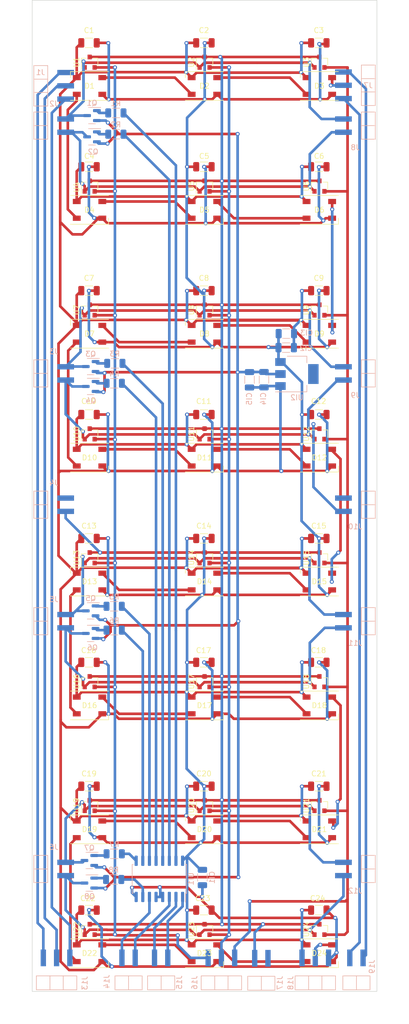
<source format=kicad_pcb>
(kicad_pcb (version 20211014) (generator pcbnew)
  (layers (0 "F.Cu" mixed) (31 "B.Cu" signal) (34 "B.Paste" user) (35 "F.Paste" user) (36 "B.SilkS" user "B.Silkscreen") (37 "F.SilkS" user "F.Silkscreen") (38 "B.Mask" user) (39 "F.Mask" user) (44 "Edge.Cuts" user))
  (net 0 "")
  (net 1 "P")
  (net 2 "LedIn")
  (net 3 "Net-(D1-Pad4)")
  (net 4 "Net-(D2-Pad4)")
  (net 5 "P3.3")
  (net 6 "Net-(D1-Pad2)")
  (net 7 "Net-(D4-Pad2)")
  (net 8 "Net-(D5-Pad2)")
  (net 9 "Net-(D7-Pad4)")
  (net 10 "GND")
  (net 12 "Net-(D10-Pad2)")
  (net 13 "Net-(D10-Pad4)")
  (net 14 "Net-(D11-Pad2)")
  (net 15 "Net-(D12-Pad2)")
  (net 16 "Net-(D13-Pad2)")
  (net 17 "Net-(D6-Pad2)")
  (net 18 "Net-(D8-Pad4)")
  (net 19 "Net-(D16-Pad2)")
  (net 20 "Net-(D17-Pad2)")
  (net 21 "Net-(D19-Pad4)")
  (net 22 "Net-(D20-Pad4)")
  (net 23 "Net-(D13-Pad4)")
  (net 24 "Net-(D14-Pad4)")
  (net 25 "Net-(D18-Pad2)")
  (net 26 "Net-(D19-Pad2)")
  (net 27 "Net-(D22-Pad2)")
  (net 28 "Net-(D23-Pad2)")
  (net 29 "P_side_a")
  (net 30 "LedIn_side_a")
  (net 31 "GND_side_a")
  (net 32 "GND_side_b")
  (net 33 "P_side_b")
  (net 34 "A2")
  (net 35 "E")
  (net 36 "A0")
  (net 37 "A1")
  (net 38 "Net-(Q1-Pad1)")
  (net 39 "Net-(Q2-Pad1)")
  (net 40 "Net-(Q3-Pad1)")
  (net 41 "LedOut")
  (net 42 "PQ1")
  (net 43 "PQ2")
  (net 44 "PQ3")
  (net 45 "PQ4")
  (net 46 "PQ5")
  (net 47 "PQ6")
  (net 48 "PQ7")
  (net 49 "PQ8")
  (net 50 "HallOut1")
  (net 51 "HallOut2")
  (net 52 "HallOut3")
  (net 53 "Net-(Q4-Pad1)")
  (net 54 "Net-(Q5-Pad1)")
  (net 55 "Net-(Q6-Pad1)")
  (net 56 "Net-(Q7-Pad1)")
  (net 57 "Net-(Q8-Pad1)")
  (net 58 "AGND")
  (net 59 "Q1")
  (net 60 "Q2")
  (net 61 "Q3")
  (net 62 "Q4")
  (net 63 "Q5")
  (net 64 "Q6")
  (net 65 "Q7")
  (net 66 "Q8")
  (footprint "LED_SMD:LED_SK6812_PLCC4_5.0x5.0mm_P3.2mm" (layer "F.Cu") (at 27.976201 45.896401 180)
    (fp_text reference "D1")
    (fp_text value "SK6812")
  )
  (footprint "LED_SMD:LED_SK6812_PLCC4_5.0x5.0mm_P3.2mm" (layer "F.Cu") (at 49.976201 45.896401 180)
    (fp_text reference "D2")
    (fp_text value "SK6812")
  )
  (footprint "LED_SMD:LED_SK6812_PLCC4_5.0x5.0mm_P3.2mm" (layer "F.Cu") (at 71.976201 45.896401 180)
    (fp_text reference "D3")
    (fp_text value "SK6812")
  )
  (footprint "LED_SMD:LED_SK6812_PLCC4_5.0x5.0mm_P3.2mm" (layer "F.Cu") (at 27.976201 69.596401)
    (fp_text reference "D4")
    (fp_text value "SK6812")
  )
  (footprint "LED_SMD:LED_SK6812_PLCC4_5.0x5.0mm_P3.2mm" (layer "F.Cu") (at 49.976201 69.596401)
    (fp_text reference "D5")
    (fp_text value "SK6812")
  )
  (footprint "LED_SMD:LED_SK6812_PLCC4_5.0x5.0mm_P3.2mm" (layer "F.Cu") (at 71.976201 69.596401)
    (fp_text reference "D6")
    (fp_text value "SK6812")
  )
  (footprint "LED_SMD:LED_SK6812_PLCC4_5.0x5.0mm_P3.2mm" (layer "F.Cu") (at 27.976201 93.296401 180)
    (fp_text reference "D7")
    (fp_text value "SK6812")
  )
  (footprint "LED_SMD:LED_SK6812_PLCC4_5.0x5.0mm_P3.2mm" (layer "F.Cu") (at 49.976201 93.296401 180)
    (fp_text reference "D8")
    (fp_text value "SK6812")
  )
  (footprint "LED_SMD:LED_SK6812_PLCC4_5.0x5.0mm_P3.2mm" (layer "F.Cu") (at 71.976201 93.296401 180)
    (fp_text reference "D9")
    (fp_text value "SK6812")
  )
  (footprint "LED_SMD:LED_SK6812_PLCC4_5.0x5.0mm_P3.2mm" (layer "F.Cu") (at 27.976201 116.996401)
    (fp_text reference "D10")
    (fp_text value "SK6812")
  )
  (footprint "LED_SMD:LED_SK6812_PLCC4_5.0x5.0mm_P3.2mm" (layer "F.Cu") (at 49.976201 116.996401)
    (fp_text reference "D11")
    (fp_text value "SK6812")
  )
  (footprint "LED_SMD:LED_SK6812_PLCC4_5.0x5.0mm_P3.2mm" (layer "F.Cu") (at 71.976201 116.996401)
    (fp_text reference "D12")
    (fp_text value "SK6812")
  )
  (footprint "LED_SMD:LED_SK6812_PLCC4_5.0x5.0mm_P3.2mm" (layer "F.Cu") (at 27.976201 140.696401 180)
    (fp_text reference "D13")
    (fp_text value "SK6812")
  )
  (footprint "LED_SMD:LED_SK6812_PLCC4_5.0x5.0mm_P3.2mm" (layer "F.Cu") (at 49.976201 140.696401 180)
    (fp_text reference "D14")
    (fp_text value "SK6812")
  )
  (footprint "LED_SMD:LED_SK6812_PLCC4_5.0x5.0mm_P3.2mm" (layer "F.Cu") (at 71.976201 140.696401 180)
    (fp_text reference "D15")
    (fp_text value "SK6812")
  )
  (footprint "LED_SMD:LED_SK6812_PLCC4_5.0x5.0mm_P3.2mm" (layer "F.Cu") (at 27.976201 164.396401)
    (fp_text reference "D16")
    (fp_text value "SK6812")
  )
  (footprint "LED_SMD:LED_SK6812_PLCC4_5.0x5.0mm_P3.2mm" (layer "F.Cu") (at 49.976201 164.396401)
    (fp_text reference "D17")
    (fp_text value "SK6812")
  )
  (footprint "LED_SMD:LED_SK6812_PLCC4_5.0x5.0mm_P3.2mm" (layer "F.Cu") (at 71.976201 164.396401)
    (fp_text reference "D18")
    (fp_text value "SK6812")
  )
  (footprint "LED_SMD:LED_SK6812_PLCC4_5.0x5.0mm_P3.2mm" (layer "F.Cu") (at 27.976201 188.096401 180)
    (fp_text reference "D19")
    (fp_text value "SK6812")
  )
  (footprint "LED_SMD:LED_SK6812_PLCC4_5.0x5.0mm_P3.2mm" (layer "F.Cu") (at 49.976201 188.096401 180)
    (fp_text reference "D20")
    (fp_text value "SK6812")
  )
  (footprint "LED_SMD:LED_SK6812_PLCC4_5.0x5.0mm_P3.2mm" (layer "F.Cu") (at 71.976201 188.096401 180)
    (fp_text reference "D21")
    (fp_text value "SK6812")
  )
  (footprint "LED_SMD:LED_SK6812_PLCC4_5.0x5.0mm_P3.2mm" (layer "F.Cu") (at 27.976201 211.796401)
    (fp_text reference "D22")
    (fp_text value "SK6812")
  )
  (footprint "LED_SMD:LED_SK6812_PLCC4_5.0x5.0mm_P3.2mm" (layer "F.Cu") (at 49.976201 211.796401)
    (fp_text reference "D23")
    (fp_text value "SK6812")
  )
  (footprint "LED_SMD:LED_SK6812_PLCC4_5.0x5.0mm_P3.2mm" (layer "F.Cu") (at 71.976201 211.796401)
    (fp_text reference "D24")
    (fp_text value "SK6812")
  )
  (footprint "Package_TO_SOT_SMD:SOT-23" (layer "F.Cu") (at 28 41.35 90)
    (fp_text reference "U1")
    (fp_text value "AH49E")
  )
  (footprint "Package_TO_SOT_SMD:SOT-23" (layer "F.Cu") (at 50 41.35 90)
    (fp_text reference "U2")
    (fp_text value "AH49E")
  )
  (footprint "Package_TO_SOT_SMD:SOT-23" (layer "F.Cu") (at 72 41.35 90)
    (fp_text reference "U3")
    (fp_text value "AH49E")
  )
  (footprint "Package_TO_SOT_SMD:SOT-23" (layer "F.Cu") (at 28 65.05 90)
    (fp_text reference "U4")
    (fp_text value "AH49E")
  )
  (footprint "Package_TO_SOT_SMD:SOT-23" (layer "F.Cu") (at 50 65.05 90)
    (fp_text reference "U5")
    (fp_text value "AH49E")
  )
  (footprint "Package_TO_SOT_SMD:SOT-23" (layer "F.Cu") (at 72 65.05 90)
    (fp_text reference "U6")
    (fp_text value "AH49E")
  )
  (footprint "Package_TO_SOT_SMD:SOT-23" (layer "F.Cu") (at 28 88.75 90)
    (fp_text reference "U7")
    (fp_text value "AH49E")
  )
  (footprint "Package_TO_SOT_SMD:SOT-23" (layer "F.Cu") (at 50 88.75 90)
    (fp_text reference "U8")
    (fp_text value "AH49E")
  )
  (footprint "Package_TO_SOT_SMD:SOT-23" (layer "F.Cu") (at 72 88.75 90)
    (fp_text reference "U9")
    (fp_text value "AH49E")
  )
  (footprint "Package_TO_SOT_SMD:SOT-23" (layer "F.Cu") (at 28 112.45 90)
    (fp_text reference "U10")
    (fp_text value "AH49E")
  )
  (footprint "Package_TO_SOT_SMD:SOT-23" (layer "F.Cu") (at 50 112.45 90)
    (fp_text reference "U11")
    (fp_text value "AH49E")
  )
  (footprint "Package_TO_SOT_SMD:SOT-23" (layer "F.Cu") (at 72 112.45 90)
    (fp_text reference "U12")
    (fp_text value "AH49E")
  )
  (footprint "Package_TO_SOT_SMD:SOT-23" (layer "F.Cu") (at 28 136.15 90)
    (fp_text reference "U13")
    (fp_text value "AH49E")
  )
  (footprint "Package_TO_SOT_SMD:SOT-23" (layer "F.Cu") (at 50 136.15 90)
    (fp_text reference "U14")
    (fp_text value "AH49E")
  )
  (footprint "Package_TO_SOT_SMD:SOT-23" (layer "F.Cu") (at 72 136.15 90)
    (fp_text reference "U15")
    (fp_text value "AH49E")
  )
  (footprint "Package_TO_SOT_SMD:SOT-23" (layer "F.Cu") (at 28 159.85 90)
    (fp_text reference "U16")
    (fp_text value "AH49E")
  )
  (footprint "Package_TO_SOT_SMD:SOT-23" (layer "F.Cu") (at 50 159.85 90)
    (fp_text reference "U17")
    (fp_text value "AH49E")
  )
  (footprint "Package_TO_SOT_SMD:SOT-23" (layer "F.Cu") (at 72 159.85 90)
    (fp_text reference "U18")
    (fp_text value "AH49E")
  )
  (footprint "Package_TO_SOT_SMD:SOT-23" (layer "F.Cu") (at 28 183.55 90)
    (fp_text reference "U19")
    (fp_text value "AH49E")
  )
  (footprint "Package_TO_SOT_SMD:SOT-23" (layer "F.Cu") (at 50 183.55 90)
    (fp_text reference "U20")
    (fp_text value "AH49E")
  )
  (footprint "Package_TO_SOT_SMD:SOT-23" (layer "F.Cu") (at 72 183.55 90)
    (fp_text reference "U21")
    (fp_text value "AH49E")
  )
  (footprint "Package_TO_SOT_SMD:SOT-23" (layer "F.Cu") (at 28 207.25 90)
    (fp_text reference "U22")
    (fp_text value "AH49E")
  )
  (footprint "Package_TO_SOT_SMD:SOT-23" (layer "F.Cu") (at 50 207.25 90)
    (fp_text reference "U23")
    (fp_text value "AH49E")
  )
  (footprint "Package_TO_SOT_SMD:SOT-23" (layer "F.Cu") (at 72 207.25 90)
    (fp_text reference "U24")
    (fp_text value "AH49E")
  )
  (footprint "Capacitor_SMD:C_1206_3216Metric" (layer "F.Cu") (at 27.8768 37.65 180)
    (fp_text reference "C1")
    (fp_text value "C104")
  )
  (footprint "Capacitor_SMD:C_1206_3216Metric" (layer "F.Cu") (at 49.8768 132.45 180)
    (fp_text reference "C14")
    (fp_text value "C104")
  )
  (footprint "Capacitor_SMD:C_1206_3216Metric" (layer "F.Cu") (at 49.8768 85.05 180)
    (fp_text reference "C8")
    (fp_text value "C104")
  )
  (footprint "Capacitor_SMD:C_1206_3216Metric" (layer "F.Cu") (at 71.8768 85.05 180)
    (fp_text reference "C9")
    (fp_text value "C104")
  )
  (footprint "Capacitor_SMD:C_1206_3216Metric" (layer "F.Cu") (at 27.8768 179.85 180)
    (fp_text reference "C19")
    (fp_text value "C104")
  )
  (footprint "Capacitor_SMD:C_1206_3216Metric" (layer "F.Cu") (at 27.8768 85.05 180)
    (fp_text reference "C7")
    (fp_text value "C104")
  )
  (footprint "Capacitor_SMD:C_1206_3216Metric" (layer "F.Cu") (at 27.8768 61.35)
    (fp_text reference "C4")
    (fp_text value "C104")
  )
  (footprint "Capacitor_SMD:C_1206_3216Metric" (layer "F.Cu") (at 49.8768 203.55)
    (fp_text reference "C23")
    (fp_text value "C104")
  )
  (footprint "Capacitor_SMD:C_1206_3216Metric" (layer "F.Cu") (at 27.8768 132.45 180)
    (fp_text reference "C13")
    (fp_text value "C104")
  )
  (footprint "MountingHole:MountingHole_3mm" (layer "F.Cu") (at 62.08 53.72)
    (fp_text reference "M3" hide)
    (fp_text value "MountingHole_3mm")
  )
  (footprint "Capacitor_SMD:C_1206_3216Metric" (layer "F.Cu") (at 27.8768 203.55)
    (fp_text reference "C22")
    (fp_text value "C104")
  )
  (footprint "Capacitor_SMD:C_1206_3216Metric" (layer "F.Cu") (at 71.8768 108.75)
    (fp_text reference "C12")
    (fp_text value "C104")
  )
  (footprint "Capacitor_SMD:C_1206_3216Metric" (layer "F.Cu") (at 49.8768 108.75)
    (fp_text reference "C11")
    (fp_text value "C104")
  )
  (footprint "Capacitor_SMD:C_1206_3216Metric" (layer "F.Cu") (at 49.8768 156.15)
    (fp_text reference "C17")
    (fp_text value "C104")
  )
  (footprint "Capacitor_SMD:C_1206_3216Metric" (layer "F.Cu") (at 71.8768 132.45 180)
    (fp_text reference "C15")
    (fp_text value "C104")
  )
  (footprint "Capacitor_SMD:C_1206_3216Metric" (layer "F.Cu") (at 27.8768 108.75)
    (fp_text reference "C10")
    (fp_text value "C104")
  )
  (footprint "Capacitor_SMD:C_1206_3216Metric" (layer "F.Cu") (at 49.8768 61.35)
    (fp_text reference "C5")
    (fp_text value "C104")
  )
  (footprint "Capacitor_SMD:C_1206_3216Metric" (layer "F.Cu") (at 71.8768 203.55)
    (fp_text reference "C24")
    (fp_text value "C104")
  )
  (footprint "MountingHole:MountingHole_3mm" (layer "F.Cu") (at 61.81 125.54)
    (fp_text reference "M2" hide)
    (fp_text value "MountingHole_3mm")
  )
  (footprint "Capacitor_SMD:C_1206_3216Metric" (layer "F.Cu") (at 71.8768 37.65 180)
    (fp_text reference "C3")
    (fp_text value "C104")
  )
  (footprint "Capacitor_SMD:C_1206_3216Metric" (layer "F.Cu") (at 71.8768 61.35)
    (fp_text reference "C6")
    (fp_text value "C104")
  )
  (footprint "Capacitor_SMD:C_1206_3216Metric" (layer "F.Cu") (at 49.8768 37.65 180)
    (fp_text reference "C2")
    (fp_text value "C104")
  )
  (footprint "Capacitor_SMD:C_1206_3216Metric" (layer "F.Cu") (at 71.8768 156.15)
    (fp_text reference "C18")
    (fp_text value "C104")
  )
  (footprint "Capacitor_SMD:C_1206_3216Metric" (layer "F.Cu") (at 71.8768 179.85 180)
    (fp_text reference "C21")
    (fp_text value "C104")
  )
  (footprint "Capacitor_SMD:C_1206_3216Metric" (layer "F.Cu") (at 27.8768 156.15)
    (fp_text reference "C16")
    (fp_text value "C104")
  )
  (footprint "Capacitor_SMD:C_1206_3216Metric" (layer "F.Cu") (at 49.8768 179.85 180)
    (fp_text reference "C20")
    (fp_text value "C104")
  )
  (footprint "MountingHole:MountingHole_3mm" (layer "F.Cu") (at 62.58 195.47)
    (fp_text reference "M1" hide)
    (fp_text value "MountingHole_3mm")
  )
  (footprint "Resistor_SMD:R_1206_3216Metric" (layer "B.Cu") (at 32.71 102.77 180)
    (fp_text reference "R4")
    (fp_text value "R")
  )
  (footprint "Resistor_SMD:R_1206_3216Metric" (layer "B.Cu") (at 33.02 51.054 180)
    (fp_text reference "R1")
    (fp_text value "R")
  )
  (footprint "Capacitor_SMD:C_1206_3216Metric" (layer "B.Cu") (at 65.63 95.95 180)
    (fp_text reference "CI2")
    (fp_text value "C106")
  )
  (footprint "Connector_PinHeader_2.54mm:PinHeader_1x03_P2.54mm_Horizontal_SMD" (layer "B.Cu") (at 81.37 45.815)
    (fp_text reference "J7")
    (fp_text value "LedIn_side_b")
  )
  (footprint "Capacitor_SMD:C_1206_3216Metric" (layer "B.Cu") (at 58.61 102.1 90)
    (fp_text reference "CI5")
    (fp_text value "C104")
  )
  (footprint "Resistor_SMD:R_1206_3216Metric" (layer "B.Cu") (at 32.6 197.69 180)
    (fp_text reference "R8")
    (fp_text value "R")
  )
  (footprint "Connector_PinHeader_2.54mm:PinHeader_1x02_P2.54mm_Horizontal_SMD" (layer "B.Cu") (at 81.37 126)
    (fp_text reference "J10")
    (fp_text value "Touch_side_b")
  )
  (footprint "Package_TO_SOT_SMD:SOT-23" (layer "B.Cu") (at 27.94 194.056 180)
    (fp_text reference "Q7")
    (fp_text value "2N3906")
  )
  (footprint "Package_TO_SOT_SMD:SOT-23" (layer "B.Cu") (at 28.448 55.626 180)
    (fp_text reference "Q2")
    (fp_text value "2N3906")
  )
  (footprint "Connector_PinHeader_2.54mm:PinHeader_1x02_P2.54mm_Horizontal_SMD" (layer "B.Cu") (at 35.45 217.47 -90)
    (fp_text reference "J14")
    (fp_text value "IC")
  )
  (footprint "Connector_PinHeader_2.54mm:PinHeader_1x02_P2.54mm_Horizontal_SMD" (layer "B.Cu") (at 81.37 100.88)
    (fp_text reference "J9")
    (fp_text value "PQ_side_b")
  )
  (footprint "Package_TO_SOT_SMD:SOT-23" (layer "B.Cu") (at 28.194 99.568 180)
    (fp_text reference "Q3")
    (fp_text value "2N3906")
  )
  (footprint "Resistor_SMD:R_1206_3216Metric" (layer "B.Cu") (at 32.7 192.78 180)
    (fp_text reference "R7")
    (fp_text value "R")
  )
  (footprint "Connector_PinHeader_2.54mm:PinHeader_1x02_P2.54mm_Horizontal_SMD" (layer "B.Cu") (at 18.63 53.48 180)
    (fp_text reference "J2")
    (fp_text value "PQ_side_a")
  )
  (footprint "Capacitor_SMD:C_1206_3216Metric" (layer "B.Cu") (at 49.59 197.31 90)
    (fp_text reference "CI1")
    (fp_text value "C104")
  )
  (footprint "Package_TO_SOT_SMD:SOT-23" (layer "B.Cu") (at 27.94 198.374 180)
    (fp_text reference "Q8")
    (fp_text value "2N3906")
  )
  (footprint "Connector_PinHeader_2.54mm:PinHeader_1x02_P2.54mm_Horizontal_SMD" (layer "B.Cu") (at 81.37 148.28)
    (fp_text reference "J11")
    (fp_text value "PQ_side_b")
  )
  (footprint "Connector_PinHeader_2.54mm:PinHeader_1x02_P2.54mm_Horizontal_SMD" (layer "B.Cu") (at 18.63 100.88 180)
    (fp_text reference "J3")
    (fp_text value "PQ_side_a")
  )
  (footprint "Package_SO:SO-16_5.3x10.2mm_P1.27mm" (layer "B.Cu") (at 41.35 197.57 90)
    (fp_text reference "UI1")
    (fp_text value "74HCT138")
  )
  (footprint "Connector_PinHeader_2.54mm:PinHeader_1x02_P2.54mm_Horizontal_SMD" (layer "B.Cu") (at 60.87 217.54 -90)
    (fp_text reference "J17")
    (fp_text value "Touch")
  )
  (footprint "Package_TO_SOT_SMD:SOT-23" (layer "B.Cu") (at 28.194 146.304 180)
    (fp_text reference "Q5")
    (fp_text value "2N3906")
  )
  (footprint "Resistor_SMD:R_1206_3216Metric" (layer "B.Cu") (at 33.02 55.118 180)
    (fp_text reference "R2")
    (fp_text value "R")
  )
  (footprint "Connector_PinHeader_2.54mm:PinHeader_1x02_P2.54mm_Horizontal_SMD" (layer "B.Cu") (at 41.69 217.47 -90)
    (fp_text reference "J15")
    (fp_text value "IC")
  )
  (footprint "Connector_PinHeader_2.54mm:PinHeader_1x02_P2.54mm_Horizontal_SMD" (layer "B.Cu") (at 18.63 126 180)
    (fp_text reference "J4")
    (fp_text value "Touch_side_a")
  )
  (footprint "Resistor_SMD:R_1206_3216Metric" (layer "B.Cu") (at 32.82 98.96 180)
    (fp_text reference "R3")
    (fp_text value "R")
  )
  (footprint "Resistor_SMD:R_1206_3216Metric" (layer "B.Cu") (at 32.69 149.99 180)
    (fp_text reference "R6")
    (fp_text value "R")
  )
  (footprint "Capacitor_SMD:C_1206_3216Metric" (layer "B.Cu") (at 61.38 102.08 90)
    (fp_text reference "CI4")
    (fp_text value "C106")
  )
  (footprint "Connector_PinHeader_2.54mm:PinHeader_1x02_P2.54mm_Horizontal_SMD" (layer "B.Cu") (at 81.37 195.68)
    (fp_text reference "J12")
    (fp_text value "PQ_side_b")
  )
  (footprint "Connector_PinHeader_2.54mm:PinHeader_1x03_P2.54mm_Horizontal_SMD" (layer "B.Cu") (at 18.63 45.815 180)
    (fp_text reference "J1")
    (fp_text value "LedIn_side_a")
  )
  (footprint "Connector_PinHeader_2.54mm:PinHeader_1x02_P2.54mm_Horizontal_SMD" (layer "B.Cu") (at 18.63 148.28 180)
    (fp_text reference "J5")
    (fp_text value "PQ_side_a")
  )
  (footprint "Capacitor_SMD:C_1206_3216Metric" (layer "B.Cu") (at 65.66 93.27 180)
    (fp_text reference "CI3")
    (fp_text value "C104")
  )
  (footprint "Package_TO_SOT_SMD:SOT-23" (layer "B.Cu") (at 28.448 51.562 180)
    (fp_text reference "Q1")
    (fp_text value "2N3906")
  )
  (footprint "Connector_PinHeader_2.54mm:PinHeader_1x02_P2.54mm_Horizontal_SMD" (layer "B.Cu") (at 79.08 217.47 -90)
    (fp_text reference "J19")
    (fp_text value "Conn_side_b")
  )
  (footprint "Package_TO_SOT_SMD:SOT-223" (layer "B.Cu") (at 67.68 101)
    (fp_text reference "UI2")
    (fp_text value "AMS1117-3.3")
  )
  (footprint "Package_TO_SOT_SMD:SOT-23" (layer "B.Cu") (at 28.194 150.622 180)
    (fp_text reference "Q6")
    (fp_text value "2N3906")
  )
  (footprint "Package_TO_SOT_SMD:SOT-23" (layer "B.Cu") (at 28.194 103.378 180)
    (fp_text reference "Q4")
    (fp_text value "2N3906")
  )
  (footprint "Connector_PinHeader_2.54mm:PinHeader_1x02_P2.54mm_Horizontal_SMD" (layer "B.Cu") (at 81.37 53.48)
    (fp_text reference "J8")
    (fp_text value "PQ_side_b")
  )
  (footprint "Connector_PinHeader_2.54mm:PinHeader_1x03_P2.54mm_Horizontal_SMD" (layer "B.Cu") (at 53.175 217.47 -90)
    (fp_text reference "J16")
    (fp_text value "Hall")
  )
  (footprint "Connector_PinHeader_2.54mm:PinHeader_1x03_P2.54mm_Horizontal_SMD" (layer "B.Cu") (at 21.62 217.47 -90)
    (fp_text reference "J13")
    (fp_text value "Conn_side_a")
  )
  (footprint "Connector_PinHeader_2.54mm:PinHeader_1x02_P2.54mm_Horizontal_SMD" (layer "B.Cu") (at 18.63 195.68 180)
    (fp_text reference "J6")
    (fp_text value "PQ_side_a")
  )
  (footprint "Connector_PinHeader_2.54mm:PinHeader_1x03_P2.54mm_Horizontal_SMD" (layer "B.Cu") (at 71.15 217.47 -90)
    (fp_text reference "J18")
    (fp_text value "Led")
  )
  (footprint "Resistor_SMD:R_1206_3216Metric" (layer "B.Cu") (at 32.69 145.43 180)
    (fp_text reference "R5")
    (fp_text value "R")
  )
  (gr_rect (start 17 219.1) (end 83 29.5) (layer "Edge.Cuts") (width 0.1) (fill none))
  (segment (start 26.476202 161.8464) (end 46.5762 161.8464) (width 0.5) (layer "F.Cu") (net 1))
  (segment (start 31.376202 190.646402) (end 51.4762 190.646402) (width 0.5) (layer "F.Cu") (net 1))
  (segment (start 53.376201 143.246401) (end 73.476201 143.246401) (width 0.5) (layer "F.Cu") (net 1))
  (segment (start 25.526201 204.425599) (end 25.526201 210.196401) (width 0.5) (layer "F.Cu") (net 1))
  (segment (start 31.376201 143.246401) (end 51.476201 143.246401) (width 0.5) (layer "F.Cu") (net 1))
  (segment (start 71.97 37.87) (end 73.1318 37.87) (width 0.5) (layer "F.Cu") (net 1))
  (segment (start 25.526201 157.025599) (end 25.526201 162.796401) (width 0.5) (layer "F.Cu") (net 1))
  (segment (start 53.376202 95.846402) (end 62.243598 95.846402) (width 0.5) (layer "F.Cu") (net 1))
  (segment (start 27.9 85.05) (end 27.86 85.09) (width 0.5) (layer "F.Cu") (net 1))
  (segment (start 26.476202 161.8464) (end 25.526201 162.796401) (width 0.5) (layer "F.Cu") (net 1))
  (segment (start 69.526201 210.196401) (end 68.5762 209.2464) (width 0.5) (layer "F.Cu") (net 1))
  (segment (start 47.526201 210.196401) (end 46.5762 209.2464) (width 0.5) (layer "F.Cu") (net 1))
  (segment (start 29.3518 85.05) (end 27.9 85.05) (width 0.5) (layer "F.Cu") (net 1))
  (segment (start 68.5762 67.0464) (end 69.526201 67.996401) (width 0.5) (layer "F.Cu") (net 1))
  (segment (start 48.476202 209.2464) (end 47.526201 210.196401) (width 0.5) (layer "F.Cu") (net 1))
  (segment (start 30.426201 142.296401) (end 31.376201 143.246401) (width 0.5) (layer "F.Cu") (net 1))
  (segment (start 26.4018 61.35) (end 25.526201 62.225599) (width 0.5) (layer "F.Cu") (net 1))
  (segment (start 73.4762 48.446402) (end 74.426201 47.496401) (width 0.5) (layer "F.Cu") (net 1))
  (segment (start 52.426201 142.296401) (end 53.126201 142.996401) (width 0.5) (layer "F.Cu") (net 1))
  (segment (start 32.636239 94.896401) (end 33.58624 95.846402) (width 0.5) (layer "F.Cu") (net 1))
  (segment (start 70.4018 203.55) (end 68.66 203.55) (width 0.5) (layer "F.Cu") (net 1))
  (segment (start 47.526201 162.796401) (end 46.5762 161.8464) (width 0.5) (layer "F.Cu") (net 1))
  (segment (start 73.476201 143.246401) (end 74.426201 142.296401) (width 0.5) (layer "F.Cu") (net 1))
  (segment (start 48.4018 203.55) (end 46.66 203.55) (width 0.5) (layer "F.Cu") (net 1))
  (segment (start 51.3518 37.65) (end 50.08 37.65) (width 0.5) (layer "F.Cu") (net 1))
  (segment (start 26.476202 209.2464) (end 25.526201 210.196401) (width 0.5) (layer "F.Cu") (net 1))
  (segment (start 46.5762 67.0464) (end 26.476202 67.0464) (width 0.5) (layer "F.Cu") (net 1))
  (segment (start 70.4018 108.75) (end 68.66 108.75) (width 0.5) (layer "F.Cu") (net 1))
  (segment (start 47.526201 67.996401) (end 46.5762 67.0464) (width 0.5) (layer "F.Cu") (net 1))
  (segment (start 48.4018 108.75) (end 46.66 108.75) (width 0.5) (layer "F.Cu") (net 1))
  (segment (start 50.08 37.65) (end 50.03 37.7) (width 0.5) (layer "F.Cu") (net 1))
  (segment (start 73.3518 179.85) (end 71.92 179.85) (width 0.5) (layer "F.Cu") (net 1))
  (segment (start 69.526201 162.796401) (end 68.5762 161.8464) (width 0.5) (layer "F.Cu") (net 1))
  (segment (start 26.476202 67.0464) (end 25.526201 67.996401) (width 0.5) (layer "F.Cu") (net 1))
  (segment (start 68.5762 114.4464) (end 48.476202 114.4464) (width 0.5) (layer "F.Cu") (net 1))
  (segment (start 31.51 37.65) (end 31.56 37.7) (width 0.5) (layer "F.Cu") (net 1))
  (segment (start 51.4762 95.846402) (end 52.426201 94.896401) (width 0.5) (layer "F.Cu") (net 1))
  (segment (start 51.3518 85.05) (end 49.92 85.05) (width 0.5) (layer "F.Cu") (net 1))
  (segment (start 29.3518 132.45) (end 31.48 132.45) (width 0.5) (layer "F.Cu") (net 1))
  (segment (start 31.48 132.45) (end 31.52 132.41) (width 0.5) (layer "F.Cu") (net 1))
  (segment (start 73.3518 85.05) (end 71.92 85.05) (width 0.5) (layer "F.Cu") (net 1))
  (segment (start 28.92 189.61) (end 30.3398 189.61) (width 0.5) (layer "F.Cu") (net 1))
  (segment (start 48.4018 61.35) (end 46.66 61.35) (width 0.5) (layer "F.Cu") (net 1))
  (segment (start 73.4762 190.646402) (end 74.426201 189.696401) (width 0.5) (layer "F.Cu") (net 1))
  (segment (start 51.4762 190.646402) (end 52.426201 189.696401) (width 0.5) (layer "F.Cu") (net 1))
  (segment (start 46.66 61.35) (end 46.65 61.36) (width 0.5) (layer "F.Cu") (net 1))
  (segment (start 48.4018 156.15) (end 46.66 156.15) (width 0.5) (layer "F.Cu") (net 1))
  (segment (start 29.3518 37.65) (end 31.51 37.65) (width 0.5) (layer "F.Cu") (net 1))
  (segment (start 52.426201 94.896401) (end 53.376202 95.846402) (width 0.5) (layer "F.Cu") (net 1))
  (segment (start 26.4018 108.75) (end 25.526201 109.625599) (width 0.5) (layer "F.Cu") (net 1))
  (segment (start 28.95 94.89) (end 30.4198 94.89) (width 0.5) (layer "F.Cu") (net 1))
  (segment (start 68.5762 209.2464) (end 48.476202 209.2464) (width 0.5) (layer "F.Cu") (net 1))
  (segment (start 30.426201 94.896401) (end 32.636239 94.896401) (width 0.5) (layer "F.Cu") (net 1))
  (segment (start 26.4018 156.15) (end 25.526201 157.025599) (width 0.5) (layer "F.Cu") (net 1))
  (segment (start 31.376202 48.446402) (end 31.663598 48.446402) (width 0.5) (layer "F.Cu") (net 1))
  (segment (start 73.3518 132.45) (end 71.92 132.45) (width 0.5) (layer "F.Cu") (net 1))
  (segment (start 69.526201 115.396401) (end 68.5762 114.4464) (width 0.5) (layer "F.Cu") (net 1))
  (segment (start 52.426201 47.496401) (end 53.376202 48.446402) (width 0.5) (layer "F.Cu") (net 1))
  (segment (start 30.426201 189.696401) (end 31.376202 190.646402) (width 0.5) (layer "F.Cu") (net 1))
  (segment (start 48.476202 67.0464) (end 47.526201 67.996401) (width 0.5) (layer "F.Cu") (net 1))
  (segment (start 70.4018 61.35) (end 68.66 61.35) (width 0.5) (layer "F.Cu") (net 1))
  (segment (start 26.4018 203.55) (end 25.526201 204.425599) (width 0.5) (layer "F.Cu") (net 1))
  (segment (start 51.476201 143.246401) (end 52.426201 142.296401) (width 0.5) (layer "F.Cu") (net 1))
  (segment (start 62.243598 95.846402) (end 73.4762 95.846402) (width 0.5) (layer "F.Cu") (net 1))
  (segment (start 48.476202 114.4464) (end 47.526201 115.396401) (width 0.5) (layer "F.Cu") (net 1))
  (segment (start 46.66 108.75) (end 46.65 108.76) (width 0.5) (layer "F.Cu") (net 1))
  (segment (start 73.4762 95.846402) (end 74.426201 94.896401) (width 0.5) (layer "F.Cu") (net 1))
  (segment (start 30.426201 47.496401) (end 31.376202 48.446402) (width 0.5) (layer "F.Cu") (net 1))
  (segment (start 51.3518 132.45) (end 49.92 132.45) (width 0.5) (layer "F.Cu") (net 1))
  (segment (start 48.476202 67.0464) (end 68.5762 67.0464) (width 0.5) (layer "F.Cu") (net 1))
  (segment (start 48.476202 161.8464) (end 47.526201 162.796401) (width 0.5) (layer "F.Cu") (net 1))
  (segment (start 33.58624 95.846402) (end 51.4762 95.846402) (width 0.5) (layer "F.Cu") (net 1))
  (segment (start 70.4018 156.15) (end 68.66 156.15) (width 0.5) (layer "F.Cu") (net 1))
  (segment (start 53.376202 190.646402) (end 73.4762 190.646402) (width 0.5) (layer "F.Cu") (net 1))
  (segment (start 52.426201 189.696401) (end 53.376202 190.646402) (width 0.5) (layer "F.Cu") (net 1))
  (segment (start 68.5762 161.8464) (end 48.476202 161.8464) (width 0.5) (layer "F.Cu") (net 1))
  (segment (start 53.376202 48.446402) (end 73.4762 48.446402) (width 0.5) (layer "F.Cu") (net 1))
  (segment (start 47.526201 115.396401) (end 46.5762 114.4464) (width 0.5) (layer "F.Cu") (net 1))
  (segment (start 26.476202 114.4464) (end 25.526201 115.396401) (width 0.5) (layer "F.Cu") (net 1))
  (segment (start 51.3518 179.85) (end 49.92 179.85) (width 0.5) (layer "F.Cu") (net 1))
  (segment (start 46.5762 114.4464) (end 26.476202 114.4464) (width 0.5) (layer "F.Cu") (net 1))
  (segment (start 31.663598 48.446402) (end 51.4762 48.446402) (width 0.5) (layer "F.Cu") (net 1))
  (segment (start 51.4762 48.446402) (end 52.426201 47.496401) (width 0.5) (layer "F.Cu") (net 1))
  (segment (start 25.526201 62.225599) (end 25.526201 67.996401) (width 0.5) (layer "F.Cu") (net 1))
  (segment (start 26.476202 209.2464) (end 46.5762 209.2464) (width 0.5) (layer "F.Cu") (net 1))
  (segment (start 29.3518 179.85) (end 28 179.85) (width 0.5) (layer "F.Cu") (net 1))
  (segment (start 25.526201 109.625599) (end 25.526201 115.396401) (width 0.5) (layer "F.Cu") (net 1))
  (via (at 68.5762 114.4464) (size 0.8) (drill 0.4) (layers "F.Cu" "B.Cu") (net 1))
  (via (at 28.95 94.89) (size 0.8) (drill 0.4) (layers "F.Cu" "B.Cu") (net 1))
  (via (at 71.92 132.45) (size 0.8) (drill 0.4) (layers "F.Cu" "B.Cu") (net 1))
  (via (at 50.03 48.42) (size 0.8) (drill 0.4) (layers "F.Cu" "B.Cu") (net 1))
  (via (at 49.92 85.05) (size 0.8) (drill 0.4) (layers "F.Cu" "B.Cu") (net 1))
  (via (at 62.243598 95.846402) (size 0.8) (drill 0.4) (layers "F.Cu" "B.Cu") (net 1))
  (via (at 31.376201 143.246401) (size 0.8) (drill 0.4) (layers "F.Cu" "B.Cu") (net 1))
  (via (at 72.126402 48.446402) (size 0.8) (drill 0.4) (layers "F.Cu" "B.Cu") (net 1))
  (via (at 73.4762 95.846402) (size 0.8) (drill 0.4) (layers "F.Cu" "B.Cu") (net 1))
  (via (at 68.65 61.36) (size 0.8) (drill 0.4) (layers "F.Cu" "B.Cu") (net 1))
  (via (at 31.56 37.7) (size 0.8) (drill 0.4) (layers "F.Cu" "B.Cu") (net 1))
  (via (at 46.5762 114.4464) (size 0.8) (drill 0.4) (layers "F.Cu" "B.Cu") (net 1))
  (via (at 31.663598 48.446402) (size 0.8) (drill 0.4) (layers "F.Cu" "B.Cu") (net 1))
  (via (at 46.5762 161.8464) (size 0.8) (drill 0.4) (layers "F.Cu" "B.Cu") (net 1))
  (via (at 68.65 203.56) (size 0.8) (drill 0.4) (layers "F.Cu" "B.Cu") (net 1))
  (via (at 46.65 203.56) (size 0.8) (drill 0.4) (layers "F.Cu" "B.Cu") (net 1))
  (via (at 49.92 179.85) (size 0.8) (drill 0.4) (layers "F.Cu" "B.Cu") (net 1))
  (via (at 49.92 132.45) (size 0.8) (drill 0.4) (layers "F.Cu" "B.Cu") (net 1))
  (via (at 71.92 85.05) (size 0.8) (drill 0.4) (layers "F.Cu" "B.Cu") (net 1))
  (via (at 31.52 132.41) (size 0.8) (drill 0.4) (layers "F.Cu" "B.Cu") (net 1))
  (via (at 68.5762 209.2464) (size 0.8) (drill 0.4) (layers "F.Cu" "B.Cu") (net 1))
  (via (at 50.03 37.7) (size 0.8) (drill 0.4) (layers "F.Cu" "B.Cu") (net 1))
  (via (at 27.86 85.09) (size 0.8) (drill 0.4) (layers "F.Cu" "B.Cu") (net 1))
  (via (at 49.26625 190.63625) (size 0.8) (drill 0.4) (layers "F.Cu" "B.Cu") (net 1))
  (via (at 73.4762 190.646402) (size 0.8) (drill 0.4) (layers "F.Cu" "B.Cu") (net 1))
  (via (at 46.65 108.76) (size 0.8) (drill 0.4) (layers "F.Cu" "B.Cu") (net 1))
  (via (at 46.5762 67.0464) (size 0.8) (drill 0.4) (layers "F.Cu" "B.Cu") (net 1))
  (via (at 28 179.85) (size 0.8) (drill 0.4) (layers "F.Cu" "B.Cu") (net 1))
  (via (at 46.65 156.16) (size 0.8) (drill 0.4) (layers "F.Cu" "B.Cu") (net 1))
  (via (at 73.4762 143.246402) (size 0.8) (drill 0.4) (layers "F.Cu" "B.Cu") (net 1))
  (via (at 46.5762 209.2464) (size 0.8) (drill 0.4) (layers "F.Cu" "B.Cu") (net 1))
  (via (at 68.65 156.16) (size 0.8) (drill 0.4) (layers "F.Cu" "B.Cu") (net 1))
  (via (at 28.92 189.61) (size 0.8) (drill 0.4) (layers "F.Cu" "B.Cu") (net 1))
  (via (at 71.92 179.85) (size 0.8) (drill 0.4) (layers "F.Cu" "B.Cu") (net 1))
  (via (at 46.65 61.36) (size 0.8) (drill 0.4) (layers "F.Cu" "B.Cu") (net 1))
  (via (at 51.4762 95.846402) (size 0.8) (drill 0.4) (layers "F.Cu" "B.Cu") (net 1))
  (via (at 68.5762 161.8464) (size 0.8) (drill 0.4) (layers "F.Cu" "B.Cu") (net 1))
  (via (at 68.65 108.76) (size 0.8) (drill 0.4) (layers "F.Cu" "B.Cu") (net 1))
  (via (at 68.5762 67.0464) (size 0.8) (drill 0.4) (layers "F.Cu" "B.Cu") (net 1))
  (via (at 71.97 37.87) (size 0.8) (drill 0.4) (layers "F.Cu" "B.Cu") (net 1))
  (via (at 49.535 143.245) (size 0.8) (drill 0.4) (layers "F.Cu" "B.Cu") (net 1))
  (segment (start 31.663598 48.446402) (end 31.663598 37.803598) (width 0.5) (layer "B.Cu") (net 1))
  (segment (start 46.65 156.16) (end 46.65 161.7726) (width 0.5) (layer "B.Cu") (net 1))
  (segment (start 28 188.69) (end 28.92 189.61) (width 0.5) (layer "B.Cu") (net 1))
  (segment (start 49.2325 195.835) (end 46.65 193.2525) (width 0.5) (layer "B.Cu") (net 1))
  (segment (start 68.65 108.76) (end 68.65 114.3726) (width 0.5) (layer "B.Cu") (net 1))
  (segment (start 46.65 108.76) (end 46.65 114.3726) (width 0.5) (layer "B.Cu") (net 1))
  (segment (start 50.03 37.7) (end 50.03 48.42) (width 0.5) (layer "B.Cu") (net 1))
  (segment (start 46.65 193.2525) (end 46.65 203.56) (width 0.5) (layer "B.Cu") (net 1))
  (segment (start 71.92 141.690202) (end 73.4762 143.246402) (width 0.5) (layer "B.Cu") (net 1))
  (segment (start 62.347196 95.95) (end 62.243598 95.846402) (width 0.5) (layer "B.Cu") (net 1))
  (segment (start 28 179.85) (end 28 188.69) (width 0.5) (layer "B.Cu") (net 1))
  (segment (start 49.92 189.9825) (end 49.26625 190.63625) (width 0.5) (layer "B.Cu") (net 1))
  (segment (start 46.65 114.3726) (end 46.5762 114.4464) (width 0.5) (layer "B.Cu") (net 1))
  (segment (start 68.5762 129.1062) (end 71.92 132.45) (width 0.5) (layer "B.Cu") (net 1))
  (segment (start 49.92 85.05) (end 49.92 85.93) (width 0.5) (layer "B.Cu") (net 1))
  (segment (start 68.65 61.36) (end 68.65 66.9726) (width 0.5) (layer "B.Cu") (net 1))
  (segment (start 46.65 66.9726) (end 46.5762 67.0464) (width 0.5) (layer "B.Cu") (net 1))
  (segment (start 68.65 102.57) (end 68.65 108.76) (width 0.5) (layer "B.Cu") (net 1))
  (segment (start 68.66 212.69) (end 68.66 209.3302) (width 0.5) (layer "B.Cu") (net 1))
  (segment (start 71.92 132.45) (end 71.92 141.690202) (width 0.5) (layer "B.Cu") (net 1))
  (segment (start 49.92 179.85) (end 49.92 189.9825) (width 0.5) (layer "B.Cu") (net 1))
  (segment (start 46.65 51.98) (end 46.65 61.36) (width 0.5) (layer "B.Cu") (net 1))
  (segment (start 31.52 143.102602) (end 31.376201 143.246401) (width 0.5) (layer "B.Cu") (net 1))
  (segment (start 31.663598 37.803598) (end 31.56 37.7) (width 0.5) (layer "B.Cu") (net 1))
  (segment (start 46.71625 193.18625) (end 49.26625 190.63625) (width 0.5) (layer "B.Cu") (net 1))
  (segment (start 68.65 203.56) (end 68.65 209.1726) (width 0.5) (layer "B.Cu") (net 1))
  (segment (start 72.126402 38.026402) (end 71.97 37.87) (width 0.5) (layer "B.Cu") (net 1))
  (segment (start 46.65 61.36) (end 46.65 66.9726) (width 0.5) (layer "B.Cu") (net 1))
  (segment (start 49.92 85.93) (end 49.92 94.290202) (width 0.5) (layer "B.Cu") (net 1))
  (segment (start 68.66 209.3302) (end 68.5762 209.2464) (width 0.5) (layer "B.Cu") (net 1))
  (segment (start 68.5762 114.4464) (end 68.5762 129.1062) (width 0.5) (layer "B.Cu") (net 1))
  (segment (start 46.5762 176.5062) (end 49.92 179.85) (width 0.5) (layer "B.Cu") (net 1))
  (segment (start 71.92 179.85) (end 71.92 189.090202) (width 0.5) (layer "B.Cu") (net 1))
  (segment (start 71.92 85.05) (end 71.92 94.290202) (width 0.5) (layer "B.Cu") (net 1))
  (segment (start 46.5762 161.8464) (end 46.5762 176.5062) (width 0.5) (layer "B.Cu") (net 1))
  (segment (start 49.92 142.86) (end 49.92 132.45) (width 0.5) (layer "B.Cu") (net 1))
  (segment (start 46.5762 67.0464) (end 46.5762 82.5862) (width 0.5) (layer "B.Cu") (net 1))
  (segment (start 27.86 85.09) (end 27.86 93.8) (width 0.5) (layer "B.Cu") (net 1))
  (segment (start 46.71625 193.18625) (end 46.65 193.2525) (width 0.5) (layer "B.Cu") (net 1))
  (segment (start 27.86 93.8) (end 28.95 94.89) (width 0.5) (layer "B.Cu") (net 1))
  (segment (start 68.65 156.16) (end 68.65 161.7726) (width 0.5) (layer "B.Cu") (net 1))
  (segment (start 46.65 203.56) (end 46.65 209.1726) (width 0.5) (layer "B.Cu") (net 1))
  (segment (start 49.92 94.290202) (end 51.4762 95.846402) (width 0.5) (layer "B.Cu") (net 1))
  (segment (start 46.65 156.16) (end 46.65 146.13) (width 0.5) (layer "B.Cu") (net 1))
  (segment (start 64.155 95.95) (end 64.155 98.325) (width 0.5) (layer "B.Cu") (net 1))
  (segment (start 71.92 94.290202) (end 73.4762 95.846402) (width 0.5) (layer "B.Cu") (net 1))
  (segment (start 72.126402 48.446402) (end 72.126402 38.026402) (width 0.5) (layer "B.Cu") (net 1))
  (segment (start 31.52 132.41) (end 31.52 143.102602) (width 0.5) (layer "B.Cu") (net 1))
  (segment (start 50.03 48.6) (end 46.65 51.98) (width 0.5) (layer "B.Cu") (net 1))
  (segment (start 46.65 146.13) (end 49.92 142.86) (width 0.5) (layer "B.Cu") (net 1))
  (segment (start 46.5762 82.5862) (end 49.92 85.93) (width 0.5) (layer "B.Cu") (net 1))
  (segment (start 71.92 189.090202) (end 73.4762 190.646402) (width 0.5) (layer "B.Cu") (net 1))
  (segment (start 64.155 95.95) (end 62.347196 95.95) (width 0.5) (layer "B.Cu") (net 1))
  (segment (start 45.795 194.1075) (end 46.71625 193.18625) (width 0.5) (layer "B.Cu") (net 1))
  (segment (start 64.78 98.7) (end 68.65 102.57) (width 0.5) (layer "B.Cu") (net 1))
  (segment (start 64.155 95.95) (end 64.155 93.3) (width 0.5) (layer "B.Cu") (net 1))
  (segment (start 68.6526 209.17) (end 68.5762 209.2464) (width 0.5) (layer "B.Cu") (net 1))
  (segment (start 50.03 48.6) (end 50.03 48.42) (width 0.5) (layer "B.Cu") (net 1))
  (segment (start 72.176401 210.196401) (end 72.16 210.18) (width 0.5) (layer "F.Cu") (net 2))
  (segment (start 74.426201 210.196401) (end 72.176401 210.196401) (width 0.5) (layer "F.Cu") (net 2))
  (via (at 72.16 210.18) (size 0.8) (drill 0.4) (layers "F.Cu" "B.Cu") (net 2))
  (segment (start 71.2 212.69) (end 71.2 210.88) (width 0.5) (layer "B.Cu") (net 2))
  (segment (start 71.9 210.18) (end 72.16 210.18) (width 0.5) (layer "B.Cu") (net 2))
  (segment (start 71.2 210.88) (end 71.9 210.18) (width 0.5) (layer "B.Cu") (net 2))
  (segment (start 44.326201 44.296401) (end 47.526201 47.496401) (width 0.5) (layer "F.Cu") (net 3))
  (segment (start 30.426201 44.296401) (end 44.326201 44.296401) (width 0.5) (layer "F.Cu") (net 3))
  (segment (start 66.326201 44.296401) (end 69.526201 47.496401) (width 0.5) (layer "F.Cu") (net 4))
  (segment (start 52.426201 44.296401) (end 66.326201 44.296401) (width 0.5) (layer "F.Cu") (net 4))
  (segment (start 33.25 55.08) (end 31.41 56.92) (width 0.5) (layer "F.Cu") (net 5))
  (segment (start 31 100.65) (end 30.85 100.8) (width 0.5) (layer "F.Cu") (net 5))
  (segment (start 33.86 55.08) (end 33.25 55.08) (width 0.5) (layer "F.Cu") (net 5))
  (segment (start 30.61 151.73) (end 32.01 150.33) (width 0.5) (layer "F.Cu") (net 5))
  (segment (start 32.01 150.33) (end 32.01 149.07) (width 0.5) (layer "F.Cu") (net 5))
  (segment (start 32.68 197.75) (end 32.68 197.24) (width 0.5) (layer "F.Cu") (net 5))
  (segment (start 56.46 148.27) (end 55.66 149.07) (width 0.5) (layer "F.Cu") (net 5))
  (segment (start 56.33 100.65) (end 31 100.65) (width 0.5) (layer "F.Cu") (net 5))
  (segment (start 31.01 199.42) (end 32.68 197.75) (width 0.5) (layer "F.Cu") (net 5))
  (segment (start 33.66 55.08) (end 33.86 55.08) (width 0.5) (layer "F.Cu") (net 5))
  (segment (start 32.01 149.07) (end 30.96 148.02) (width 0.5) (layer "F.Cu") (net 5))
  (segment (start 56.47 197.24) (end 32.68 197.24) (width 0.5) (layer "F.Cu") (net 5))
  (segment (start 30.85 100.8) (end 30.85 104.23) (width 0.5) (layer "F.Cu") (net 5))
  (segment (start 32.68 197.24) (end 30.8 195.36) (width 0.5) (layer "F.Cu") (net 5))
  (segment (start 30.85 104.23) (end 30.63 104.45) (width 0.5) (layer "F.Cu") (net 5))
  (segment (start 56.33 55.08) (end 33.86 55.08) (width 0.5) (layer "F.Cu") (net 5))
  (segment (start 55.66 149.07) (end 32.01 149.07) (width 0.5) (layer "F.Cu") (net 5))
  (segment (start 31.49 52.91) (end 33.66 55.08) (width 0.5) (layer "F.Cu") (net 5))
  (via (at 31.01 199.42) (size 0.8) (drill 0.4) (layers "F.Cu" "B.Cu") (net 5))
  (via (at 56.47 197.24) (size 0.8) (drill 0.4) (layers "F.Cu" "B.Cu") (net 5))
  (via (at 31.41 56.92) (size 0.8) (drill 0.4) (layers "F.Cu" "B.Cu") (net 5))
  (via (at 30.61 151.73) (size 0.8) (drill 0.4) (layers "F.Cu" "B.Cu") (net 5))
  (via (at 56.33 55.08) (size 0.8) (drill 0.4) (layers "F.Cu" "B.Cu") (net 5))
  (via (at 56.46 148.27) (size 0.8) (drill 0.4) (layers "F.Cu" "B.Cu") (net 5))
  (via (at 30.85 100.8) (size 0.8) (drill 0.4) (layers "F.Cu" "B.Cu") (net 5))
  (via (at 30.8 195.36) (size 0.8) (drill 0.4) (layers "F.Cu" "B.Cu") (net 5))
  (via (at 31.49 52.91) (size 0.8) (drill 0.4) (layers "F.Cu" "B.Cu") (net 5))
  (via (at 56.33 100.65) (size 0.8) (drill 0.4) (layers "F.Cu" "B.Cu") (net 5))
  (via (at 30.96 148.02) (size 0.8) (drill 0.4) (layers "F.Cu" "B.Cu") (net 5))
  (via (at 30.63 104.45) (size 0.8) (drill 0.4) (layers "F.Cu" "B.Cu") (net 5))
  (segment (start 58.61 100.625) (end 56.355 100.625) (width 0.5) (layer "B.Cu") (net 5))
  (segment (start 56.33 100.65) (end 56.33 55.08) (width 0.5) (layer "B.Cu") (net 5))
  (segment (start 30.8 195.36) (end 29.2315 195.36) (width 0.5) (layer "B.Cu") (net 5))
  (segment (start 29.2315 195.36) (end 28.8775 195.006) (width 0.5) (layer "B.Cu") (net 5))
  (segment (start 29.1315 151.572) (end 30.452 151.572) (width 0.5) (layer "B.Cu") (net 5))
  (segment (start 29.3855 52.512) (end 31.092 52.512) (width 0.5) (layer "B.Cu") (net 5))
  (segment (start 56.33 100.65) (end 56.33 148.14) (width 0.5) (layer "B.Cu") (net 5))
  (segment (start 28.8775 199.324) (end 30.914 199.324) (width 0.5) (layer "B.Cu") (net 5))
  (segment (start 56.355 100.625) (end 56.33 100.65) (width 0.5) (layer "B.Cu") (net 5))
  (segment (start 61.775 101) (end 61.38 100.605) (width 0.5) (layer "B.Cu") (net 5))
  (segment (start 56.46 197.23) (end 56.47 197.24) (width 0.5) (layer "B.Cu") (net 5))
  (segment (start 61.38 100.605) (end 58.63 100.605) (width 0.5) (layer "B.Cu") (net 5))
  (segment (start 31.41 56.92) (end 29.7295 56.92) (width 0.5) (layer "B.Cu") (net 5))
  (segment (start 64.53 101) (end 61.775 101) (width 0.5) (layer "B.Cu") (net 5))
  (segment (start 31.092 52.512) (end 31.49 52.91) (width 0.5) (layer "B.Cu") (net 5))
  (segment (start 30.85 100.8) (end 29.4135 100.8) (width 0.5) (layer "B.Cu") (net 5))
  (segment (start 56.33 148.14) (end 56.46 148.27) (width 0.5) (layer "B.Cu") (net 5))
  (segment (start 29.4135 100.8) (end 29.1315 100.518) (width 0.5) (layer "B.Cu") (net 5))
  (segment (start 56.46 148.27) (end 56.46 197.23) (width 0.5) (layer "B.Cu") (net 5))
  (segment (start 30.96 148.02) (end 29.8975 148.02) (width 0.5) (layer "B.Cu") (net 5))
  (segment (start 30.914 199.324) (end 31.01 199.42) (width 0.5) (layer "B.Cu") (net 5))
  (segment (start 30.63 104.45) (end 29.2535 104.45) (width 0.5) (layer "B.Cu") (net 5))
  (segment (start 29.8975 148.02) (end 29.1315 147.254) (width 0.5) (layer "B.Cu") (net 5))
  (segment (start 29.2535 104.45) (end 29.1315 104.328) (width 0.5) (layer "B.Cu") (net 5))
  (segment (start 30.452 151.572) (end 30.61 151.73) (width 0.5) (layer "B.Cu") (net 5))
  (segment (start 29.7295 56.92) (end 29.3855 56.576) (width 0.5) (layer "B.Cu") (net 5))
  (segment (start 23.82 50.46) (end 25.526201 48.753799) (width 0.5) (layer "F.Cu") (net 6))
  (segment (start 25.526201 71.196401) (end 23.82 69.4902) (width 0.5) (layer "F.Cu") (net 6))
  (segment (start 23.82 69.4902) (end 23.82 50.46) (width 0.5) (layer "F.Cu") (net 6))
  (segment (start 25.526201 48.753799) (end 25.526201 47.496401) (width 0.5) (layer "F.Cu") (net 6))
  (segment (start 44.326201 67.996401) (end 47.526201 71.196401) (width 0.5) (layer "F.Cu") (net 7))
  (segment (start 30.426201 67.996401) (end 44.326201 67.996401) (width 0.5) (layer "F.Cu") (net 7))
  (segment (start 69.526201 71.196401) (end 55.626201 71.196401) (width 0.5) (layer "F.Cu") (net 8))
  (segment (start 55.626201 71.196401) (end 52.426201 67.996401) (width 0.5) (layer "F.Cu") (net 8))
  (segment (start 47.526201 94.896401) (end 33.626201 94.896401) (width 0.5) (layer "F.Cu") (net 9))
  (segment (start 33.626201 94.896401) (end 30.426201 91.696401) (width 0.5) (layer "F.Cu") (net 9))
  (segment (start 48.572601 90.650001) (end 68.479801 90.650001) (width 0.5) (layer "F.Cu") (net 10))
  (segment (start 33.58624 166.946402) (end 51.4762 166.946402) (width 0.5) (layer "F.Cu") (net 10))
  (segment (start 26.476202 185.5464) (end 46.5762 185.5464) (width 0.5) (layer "F.Cu") (net 10))
  (segment (start 70.4018 132.45) (end 68.7 132.45) (width 0.5) (layer "F.Cu") (net 10))
  (segment (start 25.526201 85.925599) (end 25.526201 91.696401) (width 0.5) (layer "F.Cu") (net 10))
  (segment (start 29.3518 203.55) (end 27.9 203.55) (width 0.5) (layer "F.Cu") (net 10))
  (segment (start 22.45 167.5) (end 23.53 168.58) (width 0.5) (layer "F.Cu") (net 10))
  (segment (start 22.393598 119.546402) (end 22.04 119.9) (width 0.5) (layer "F.Cu") (net 10))
  (segment (start 68.498801 138.069001) (end 69.526201 139.096401) (width 0.5) (layer "F.Cu") (net 10))
  (segment (start 24.07 215.01) (end 28.812602 215.01) (width 0.5) (layer "F.Cu") (net 10))
  (segment (start 51.4762 119.546402) (end 31.593598 119.546402) (width 0.5) (layer "F.Cu") (net 10))
  (segment (start 27.842602 168.58) (end 30.426201 165.996401) (width 0.5) (layer "F.Cu") (net 10))
  (segment (start 25.526201 38.525599) (end 25.526201 44.296401) (width 0.5) (layer "F.Cu") (net 10))
  (segment (start 68.5762 185.5464) (end 69.526201 186.496401) (width 0.5) (layer "F.Cu") (net 10))
  (segment (start 72.731301 71.641301) (end 72.2262 72.146402) (width 0.5) (layer "F.Cu") (net 10))
  (segment (start 47.526201 186.496401) (end 48.476202 185.5464) (width 0.5) (layer "F.Cu") (net 10))
  (segment (start 70.4018 179.85) (end 68.7 179.85) (width 0.5) (layer "F.Cu") (net 10))
  (segment (start 25.526201 44.296401) (end 22.36 47.462602) (width 0.5) (layer "F.Cu") (net 10))
  (segment (start 53.376202 72.146402) (end 72.2262 72.146402) (width 0.5) (layer "F.Cu") (net 10))
  (segment (start 22.36 70.82) (end 22.36 71.92) (width 0.5) (layer "F.Cu") (net 10))
  (segment (start 25.006401 186.496401) (end 25.526201 186.496401) (width 0.5) (layer "F.Cu") (net 10))
  (segment (start 30.95 156.15) (end 30.97 156.13) (width 0.5) (layer "F.Cu") (net 10))
  (segment (start 30.426201 71.196401) (end 31.376202 72.146402) (width 0.5) (layer "F.Cu") (net 10))
  (segment (start 22.45 142.172602) (end 22.45 167.05) (width 0.5) (layer "F.Cu") (net 10))
  (segment (start 25.526201 139.096401) (end 26.572601 138.050001) (width 0.5) (layer "F.Cu") (net 10))
  (segment (start 22.36 47.462602) (end 22.36 70.82) (width 0.5) (layer "F.Cu") (net 10))
  (segment (start 26.572601 90.650001) (end 46.479801 90.650001) (width 0.5) (layer "F.Cu") (net 10))
  (segment (start 36.11 199.25) (end 36.19 199.17) (width 0.5) (layer "F.Cu") (net 10))
  (segment (start 48.476202 138.1464) (end 68.5762 138.1464) (width 0.5) (layer "F.Cu") (net 10))
  (segment (start 28.87 71.13) (end 30.3598 71.13) (width 0.5) (layer "F.Cu") (net 10))
  (segment (start 53.376202 119.546402) (end 52.426201 118.596401) (width 0.5) (layer "F.Cu") (net 10))
  (segment (start 73.4762 214.346402) (end 67.533598 214.346402) (width 0.5) (layer "F.Cu") (net 10))
  (segment (start 46.479801 90.650001) (end 47.526201 91.696401) (width 0.5) (layer "F.Cu") (net 10))
  (segment (start 73.3518 156.15) (end 71.95 156.15) (width 0.5) (layer "F.Cu") (net 10))
  (segment (start 74.426201 71.196401) (end 73.176201 71.196401) (width 0.5) (layer "F.Cu") (net 10))
  (segment (start 73.4762 119.546402) (end 64.696402 119.546402) (width 0.5) (layer "F.Cu") (net 10))
  (segment (start 47.526201 44.296401) (end 48.476202 43.3464) (width 0.5) (layer "F.Cu") (net 10))
  (segment (start 49.54 200.99) (end 48.53 200.99) (width 0.5) (layer "F.Cu") (net 10))
  (segment (start 27.9 61.35) (end 27.86 61.39) (width 0.5) (layer "F.Cu") (net 10))
  (segment (start 22.45 213.39) (end 24.07 215.01) (width 0.5) (layer "F.Cu") (net 10))
  (segment (start 26.4018 37.65) (end 25.526201 38.525599) (width 0.5) (layer "F.Cu") (net 10))
  (segment (start 48.4018 179.85) (end 46.7 179.85) (width 0.5) (layer "F.Cu") (net 10))
  (segment (start 32.256402 214.346402) (end 31.376202 214.346402) (width 0.5) (layer "F.Cu") (net 10))
  (segment (start 26.59 74.28) (end 29.673599 71.196401) (width 0.5) (layer "F.Cu") (net 10))
  (segment (start 67.533598 214.346402) (end 53.376202 214.346402) (width 0.5) (layer "F.Cu") (net 10))
  (segment (start 22.04 119.9) (end 22.04 95.182602) (width 0.5) (layer "F.Cu") (net 10))
  (segment (start 51.3518 61.35) (end 49.94 61.35) (width 0.5) (layer "F.Cu") (net 10))
  (segment (start 52.426201 165.996401) (end 54.636239 165.996401) (width 0.5) (layer "F.Cu") (net 10))
  (segment (start 51.4762 166.946402) (end 52.426201 165.996401) (width 0.5) (layer "F.Cu") (net 10))
  (segment (start 31.376202 119.546402) (end 31.2799 119.4501) (width 0.5) (layer "F.Cu") (net 10))
  (segment (start 46.5762 185.5464) (end 47.526201 186.496401) (width 0.5) (layer "F.Cu") (net 10))
  (segment (start 36.19 199.17) (end 41.42 199.17) (width 0.5) (layer "F.Cu") (net 10))
  (segment (start 51.3518 156.15) (end 49.95 156.15) (width 0.5) (layer "F.Cu") (net 10))
  (segment (start 51.3518 108.75) (end 49.95 108.75) (width 0.5) (layer "F.Cu") (net 10))
  (segment (start 55.58624 166.946402) (end 73.4762 166.946402) (width 0.5) (layer "F.Cu") (net 10))
  (segment (start 46.71 199.17) (end 41.42 199.17) (width 0.5) (layer "F.Cu") (net 10))
  (segment (start 68.5762 43.3464) (end 69.526201 44.296401) (width 0.5) (layer "F.Cu") (net 10))
  (segment (start 29.3518 156.15) (end 30.95 156.15) (width 0.5) (layer "F.Cu") (net 10))
  (segment (start 31.593598 119.546402) (end 31.376202 119.546402) (width 0.5) (layer "F.Cu") (net 10))
  (segment (start 25.526201 180.725599) (end 25.526201 186.496401) (width 0.5) (layer "F.Cu") (net 10))
  (segment (start 25.526201 91.696401) (end 25.526201 91.196201) (width 0.5) (layer "F.Cu") (net 10))
  (segment (start 47.526201 139.096401) (end 48.476202 138.1464) (width 0.5) (layer "F.Cu") (net 10))
  (segment (start 74.426201 213.396401) (end 73.4762 214.346402) (width 0.5) (layer "F.Cu") (net 10))
  (segment (start 26.4018 85.05) (end 25.526201 85.925599) (width 0.5) (layer "F.Cu") (net 10))
  (segment (start 22.04 95.182602) (end 25.526201 91.696401) (width 0.5) (layer "F.Cu") (net 10))
  (segment (start 29.673599 71.196401) (end 30.426201 71.196401) (width 0.5) (layer "F.Cu") (net 10))
  (segment (start 26.572601 43.250001) (end 46.479801 43.250001) (width 0.5) (layer "F.Cu") (net 10))
  (segment (start 68.5762 90.7464) (end 69.526201 91.696401) (width 0.5) (layer "F.Cu") (net 10))
  (segment (start 46.479801 43.250001) (end 47.526201 44.296401) (width 0.5) (layer "F.Cu") (net 10))
  (segment (start 49.94 61.35) (end 49.92 61.37) (width 0.5) (layer "F.Cu") (net 10))
  (segment (start 64.696402 119.546402) (end 53.376202 119.546402) (width 0.5) (layer "F.Cu") (net 10))
  (segment (start 26.572601 138.050001) (end 46.479801 138.050001) (width 0.5) (layer "F.Cu") (net 10))
  (segment (start 30.426201 165.996401) (end 31.613599 165.996401) (width 0.5) (layer "F.Cu") (net 10))
  (segment (start 52.8418 205.04) (end 75.01 205.04) (width 0.5) (layer "F.Cu") (net 10))
  (segment (start 54.636239 165.996401) (end 55.58624 166.946402) (width 0.5) (layer "F.Cu") (net 10))
  (segment (start 47.526201 91.696401) (end 48.572601 90.650001) (width 0.5) (layer "F.Cu") (net 10))
  (segment (start 22.45 183.94) (end 25.006401 186.496401) (width 0.5) (layer "F.Cu") (net 10))
  (segment (start 25.526201 91.696401) (end 26.572601 90.650001) (width 0.5) (layer "F.Cu") (net 10))
  (segment (start 26.4018 179.85) (end 25.526201 180.725599) (width 0.5) (layer "F.Cu") (net 10))
  (segment (start 73.176201 71.196401) (end 72.731301 71.641301) (width 0.5) (layer "F.Cu") (net 10))
  (segment (start 25.526201 44.296401) (end 26.572601 43.250001) (width 0.5) (layer "F.Cu") (net 10))
  (segment (start 49.95 108.75) (end 49.93 108.77) (width 0.5) (layer "F.Cu") (net 10))
  (segment (start 75.27 211.66) (end 75.27 212.552602) (width 0.5) (layer "F.Cu") (net 10))
  (segment (start 52.426201 118.596401) (end 51.4762 119.546402) (width 0.5) (layer "F.Cu") (net 10))
  (segment (start 46.7 85.05) (end 46.64 85.11) (width 0.5) (layer "F.Cu") (net 10))
  (segment (start 73.4762 166.946402) (end 74.426201 165.996401) (width 0.5) (layer "F.Cu") (net 10))
  (segment (start 22.04 135.76) (end 22.04 119.9) (width 0.5) (layer "F.Cu") (net 10))
  (segment (start 22.36 88.03) (end 22.36 70.82) (width 0.5) (layer "F.Cu") (net 10))
  (segment (start 53.376202 214.346402) (end 52.426201 213.396401) (width 0.5) (layer "F.Cu") (net 10))
  (segment (start 73.3518 61.35) (end 71.97 61.35) (width 0.5) (layer "F.Cu") (net 10))
  (segment (start 48.476202 43.3464) (end 68.5762 43.3464) (width 0.5) (layer "F.Cu") (net 10))
  (segment (start 48.476202 90.7464) (end 68.5762 90.7464) (width 0.5) (layer "F.Cu") (net 10))
  (segment (start 29.3518 108.75) (end 31.47 108.75) (width 0.5) (layer "F.Cu") (net 10))
  (segment (start 75.01 205.04) (end 74.8418 205.04) (width 0.5) (layer "F.Cu") (net 10))
  (segment (start 52.426201 71.196401) (end 53.376202 72.146402) (width 0.5) (layer "F.Cu") (net 10))
  (segment (start 25.526201 133.325599) (end 25.526201 139.096401) (width 0.5) (layer "F.Cu") (net 10))
  (segment (start 32.636239 165.996401) (end 33.58624 166.946402) (width 0.5) (layer "F.Cu") (net 10))
  (segment (start 46.479801 138.050001) (end 47.526201 139.096401) (width 0.5) (layer "F.Cu") (net 10))
  (segment (start 31.376202 214.346402) (end 30.426201 213.396401) (width 0.5) (layer "F.Cu") (net 10))
  (segment (start 52.426201 213.396401) (end 51.4762 214.346402) (width 0.5) (layer "F.Cu") (net 10))
  (segment (start 70.4018 85.05) (end 68.7 85.05) (width 0.5) (layer "F.Cu") (net 10))
  (segment (start 31.613599 165.996401) (end 32.636239 165.996401) (width 0.5) (layer "F.Cu") (net 10))
  (segment (start 25.526201 186.496401) (end 26.476202 185.5464) (width 0.5) (layer "F.Cu") (net 10))
  (segment (start 74.8418 205.04) (end 73.3518 203.55) (width 0.5) (layer "F.Cu") (net 10))
  (segment (start 48.553601 138.069001) (end 68.498801 138.069001) (width 0.5) (layer "F.Cu") (net 10))
  (segment (start 22.36 71.92) (end 24.72 74.28) (width 0.5) (layer "F.Cu") (net 10))
  (segment (start 51.3518 203.55) (end 52.8418 205.04) (width 0.5) (layer "F.Cu") (net 10))
  (segment (start 25.526201 139.096401) (end 22.45 142.172602) (width 0.5) (layer "F.Cu") (net 10))
  (segment (start 22.45 167.05) (end 22.45 183.94) (width 0.5) (layer "F.Cu") (net 10))
  (segment (start 73.3518 108.75) (end 71.95 108.75) (width 0.5) (layer "F.Cu") (net 10))
  (segment (start 51.4762 214.346402) (end 32.256402 214.346402) (width 0.5) (layer "F.Cu") (net 10))
  (segment (start 49.54 201.7382) (end 51.3518 203.55) (width 0.5) (layer "F.Cu") (net 10))
  (segment (start 31.376202 72.146402) (end 51.4762 72.146402) (width 0.5) (layer "F.Cu") (net 10))
  (segment (start 31.2799 119.4501) (end 30.426201 118.596401) (width 0.5) (layer "F.Cu") (net 10))
  (segment (start 22.04 135.76) (end 25.376401 139.096401) (width 0.5) (layer "F.Cu") (net 10))
  (segment (start 70.4018 37.65) (end 68.59 37.65) (width 0.5) (layer "F.Cu") (net 10))
  (segment (start 24.72 74.28) (end 26.59 74.28) (width 0.5) (layer "F.Cu") (net 10))
  (segment (start 49.54 200.99) (end 49.54 201.7382) (width 0.5) (layer "F.Cu") (net 10))
  (segment (start 28.812602 215.01) (end 30.426201 213.396401) (width 0.5) (layer "F.Cu") (net 10))
  (segment (start 23.53 168.58) (end 27.842602 168.58) (width 0.5) (layer "F.Cu") (net 10))
  (segment (start 26.4018 132.45) (end 25.526201 133.325599) (width 0.5) (layer "F.Cu") (net 10))
  (segment (start 29.3518 61.35) (end 27.9 61.35) (width 0.5) (layer "F.Cu") (net 10))
  (segment (start 73.4762 214.346402) (end 53.376202 214.346402) (width 0.5) (layer "F.Cu") (net 10))
  (segment (start 48.476202 185.5464) (end 68.5762 185.5464) (width 0.5) (layer "F.Cu") (net 10))
  (segment (start 48.53 200.99) (end 46.71 199.17) (width 0.5) (layer "F.Cu") (net 10))
  (segment (start 51.4762 72.146402) (end 52.426201 71.196401) (width 0.5) (layer "F.Cu") (net 10))
  (segment (start 31.593598 119.546402) (end 22.393598 119.546402) (width 0.5) (layer "F.Cu") (net 10))
  (segment (start 46.59 37.65) (end 46.54 37.7) (width 0.5) (layer "F.Cu") (net 10))
  (segment (start 27.9 203.55) (end 27.89 203.54) (width 0.5) (layer "F.Cu") (net 10))
  (segment (start 75.27 212.552602) (end 74.426201 213.396401) (width 0.5) (layer "F.Cu") (net 10))
  (segment (start 48.4018 132.45) (end 46.7 132.45) (width 0.5) (layer "F.Cu") (net 10))
  (segment (start 22.45 183.94) (end 22.45 213.39) (width 0.5) (layer "F.Cu") (net 10))
  (segment (start 48.4018 85.05) (end 46.7 85.05) (width 0.5) (layer "F.Cu") (net 10))
  (segment (start 25.526201 91.196201) (end 22.36 88.03) (width 0.5) (layer "F.Cu") (net 10))
  (segment (start 31.47 108.75) (end 31.5 108.72) (width 0.5) (layer "F.Cu") (net 10))
  (segment (start 48.4018 37.65) (end 46.59 37.65) (width 0.5) (layer "F.Cu") (net 10))
  (segment (start 22.45 167.05) (end 22.45 167.5) (width 0.5) (layer "F.Cu") (net 10))
  (segment (start 74.426201 118.596401) (end 73.4762 119.546402) (width 0.5) (layer "F.Cu") (net 10))
  (via (at 28.87 71.13) (size 0.8) (drill 0.4) (layers "F.Cu" "B.Cu") (net 10))
  (via (at 73.4762 119.546402) (size 0.8) (drill 0.4) (layers "F.Cu" "B.Cu") (net 10))
  (via (at 75.01 205.04) (size 0.8) (drill 0.4) (layers "F.Cu" "B.Cu") (net 10))
  (via (at 50.213598 72.146402) (size 0.8) (drill 0.4) (layers "F.Cu" "B.Cu") (net 10))
  (via (at 46.54 37.7) (size 0.8) (drill 0.4) (layers "F.Cu" "B.Cu") (net 10))
  (via (at 64.696402 119.546402) (size 0.8) (drill 0.4) (layers "F.Cu" "B.Cu") (net 10))
  (via (at 68.64 132.51) (size 0.8) (drill 0.4) (layers "F.Cu" "B.Cu") (net 10))
  (via (at 71.9 61.42) (size 0.8) (drill 0.4) (layers "F.Cu" "B.Cu") (net 10))
  (via (at 49.54 200.99) (size 0.8) (drill 0.4) (layers "F.Cu" "B.Cu") (net 10))
  (via (at 68.479801 138.050001) (size 0.8) (drill 0.4) (layers "F.Cu" "B.Cu") (net 10))
  (via (at 46.479801 90.650001) (size 0.8) (drill 0.4) (layers "F.Cu" "B.Cu") (net 10))
  (via (at 49.93 156.17) (size 0.8) (drill 0.4) (layers "F.Cu" "B.Cu") (net 10))
  (via (at 49.93 108.77) (size 0.8) (drill 0.4) (layers "F.Cu" "B.Cu") (net 10))
  (via (at 72.731301 71.641301) (size 0.8) (drill 0.4) (layers "F.Cu" "B.Cu") (net 10))
  (via (at 68.479801 43.250001) (size 0.8) (drill 0.4) (layers "F.Cu" "B.Cu") (net 10))
  (via (at 73.4762 166.946402) (size 0.8) (drill 0.4) (layers "F.Cu" "B.Cu") (net 10))
  (via (at 51.4762 166.946402) (size 0.8) (drill 0.4) (layers "F.Cu" "B.Cu") (net 10))
  (via (at 31.5 108.72) (size 0.8) (drill 0.4) (layers "F.Cu" "B.Cu") (net 10))
  (via (at 71.93 156.17) (size 0.8) (drill 0.4) (layers "F.Cu" "B.Cu") (net 10))
  (via (at 41.42 199.17) (size 0.8) (drill 0.4) (layers "F.Cu" "B.Cu") (net 10))
  (via (at 68.479801 90.650001) (size 0.8) (drill 0.4) (layers "F.Cu" "B.Cu") (net 10))
  (via (at 30.97 156.13) (size 0.8) (drill 0.4) (layers "F.Cu" "B.Cu") (net 10))
  (via (at 68.64 85.11) (size 0.8) (drill 0.4) (layers "F.Cu" "B.Cu") (net 10))
  (via (at 68.54 37.7) (size 0.8) (drill 0.4) (layers "F.Cu" "B.Cu") (net 10))
  (via (at 75.27 211.66) (size 0.8) (drill 0.4) (layers "F.Cu" "B.Cu") (net 10))
  (via (at 46.479801 43.250001) (size 0.8) (drill 0.4) (layers "F.Cu" "B.Cu") (net 10))
  (via (at 46.64 85.11) (size 0.8) (drill 0.4) (layers "F.Cu" "B.Cu") (net 10))
  (via (at 46.64 179.91) (size 0.8) (drill 0.4) (layers "F.Cu" "B.Cu") (net 10))
  (via (at 68.479801 185.450001) (size 0.8) (drill 0.4) (layers "F.Cu" "B.Cu") (net 10))
  (via (at 27.86 61.39) (size 0.8) (drill 0.4) (layers "F.Cu" "B.Cu") (net 10))
  (via (at 46.479801 138.050001) (size 0.8) (drill 0.4) (layers "F.Cu" "B.Cu") (net 10))
  (via (at 68.64 179.91) (size 0.8) (drill 0.4) (layers "F.Cu" "B.Cu") (net 10))
  (via (at 31.613599 165.996401) (size 0.8) (drill 0.4) (layers "F.Cu" "B.Cu") (net 10))
  (via (at 27.89 203.54) (size 0.8) (drill 0.4) (layers "F.Cu" "B.Cu") (net 10))
  (via (at 36.11 199.25) (size 0.8) (drill 0.4) (layers "F.Cu" "B.Cu") (net 10))
  (via (at 49.92 61.37) (size 0.8) (drill 0.4) (layers "F.Cu" "B.Cu") (net 10))
  (via (at 46.64 132.51) (size 0.8) (drill 0.4) (layers "F.Cu" "B.Cu") (net 10))
  (via (at 31.593598 119.546402) (size 0.8) (drill 0.4) (layers "F.Cu" "B.Cu") (net 10))
  (via (at 32.256402 214.346402) (size 0.8) (drill 0.4) (layers "F.Cu" "B.Cu") (net 10))
  (via (at 71.93 108.77) (size 0.8) (drill 0.4) (layers "F.Cu" "B.Cu") (net 10))
  (via (at 46.479801 185.450001) (size 0.8) (drill 0.4) (layers "F.Cu" "B.Cu") (net 10))
  (via (at 51.4762 119.546402) (size 0.8) (drill 0.4) (layers "F.Cu" "B.Cu") (net 10))
  (segment (start 74.24 212.69) (end 75.27 211.66) (width 0.5) (layer "B.Cu") (net 10))
  (segment (start 30.97 156.13) (end 31.613599 156.773599) (width 0.5) (layer "B.Cu") (net 10))
  (segment (start 49.59 198.785) (end 49.59 200.94) (width 0.5) (layer "B.Cu") (net 10))
  (segment (start 41.985 201.0325) (end 41.5275 201.0325) (width 0.5) (layer "B.Cu") (net 10))
  (segment (start 67.135 93.27) (end 67.135 91.994802) (width 0.5) (layer "B.Cu") (net 10))
  (segment (start 27.86 70.12) (end 28.87 71.13) (width 0.5) (layer "B.Cu") (net 10))
  (segment (start 31.613599 156.773599) (end 31.613599 165.996401) (width 0.5) (layer "B.Cu") (net 10))
  (segment (start 46.64 132.51) (end 46.64 137.889802) (width 0.5) (layer "B.Cu") (net 10))
  (segment (start 41.5275 199.2775) (end 41.42 199.17) (width 0.5) (layer "B.Cu") (net 10))
  (segment (start 75.27 211.66) (end 75.27 205.3) (width 0.5) (layer "B.Cu") (net 10))
  (segment (start 51.4762 157.7162) (end 51.4762 166.946402) (width 0.5) (layer "B.Cu") (net 10))
  (segment (start 31.5 108.72) (end 31.5 119.452804) (width 0.5) (layer "B.Cu") (net 10))
  (segment (start 67.135 91.994802) (end 68.479801 90.650001) (width 0.5) (layer "B.Cu") (net 10))
  (segment (start 49.93 156.17) (end 51.4762 157.7162) (width 0.5) (layer "B.Cu") (net 10))
  (segment (start 46.54 43.189802) (end 46.479801 43.250001) (width 0.5) (layer "B.Cu") (net 10))
  (segment (start 73.74 212.69) (end 74.24 212.69) (width 0.5) (layer "B.Cu") (net 10))
  (segment (start 73.4762 157.7162) (end 73.4762 166.946402) (width 0.5) (layer "B.Cu") (net 10))
  (segment (start 50.213598 61.663598) (end 50.213598 72.146402) (width 0.5) (layer "B.Cu") (net 10))
  (segment (start 75.27 205.3) (end 75.01 205.04) (width 0.5) (layer "B.Cu") (net 10))
  (segment (start 68.64 132.51) (end 68.64 137.889802) (width 0.5) (layer "B.Cu") (net 10))
  (segment (start 71.9 70.81) (end 72.731301 71.641301) (width 0.5) (layer "B.Cu") (net 10))
  (segment (start 71.93 156.17) (end 73.4762 157.7162) (width 0.5) (layer "B.Cu") (net 10))
  (segment (start 31.5 119.452804) (end 31.593598 119.546402) (width 0.5) (layer "B.Cu") (net 10))
  (segment (start 73.4762 110.3162) (end 73.4762 119.546402) (width 0.5) (layer "B.Cu") (net 10))
  (segment (start 64.53 103.3) (end 61.635 103.3) (width 0.5) (layer "B.Cu") (net 10))
  (segment (start 30.3 207) (end 30.3 212.39) (width 0.5) (layer "B.Cu") (net 10))
  (segment (start 71.9 61.42) (end 71.9 70.81) (width 0.5) (layer "B.Cu") (net 10))
  (segment (start 46.64 90.489802) (end 46.479801 90.650001) (width 0.5) (layer "B.Cu") (net 10))
  (segment (start 49.93 108.77) (end 51.4762 110.3162) (width 0.5) (layer "B.Cu") (net 10))
  (segment (start 64.53 103.3) (end 64.53 119.38) (width 0.5) (layer "B.Cu") (net 10))
  (segment (start 51.4762 110.3162) (end 51.4762 119.546402) (width 0.5) (layer "B.Cu") (net 10))
  (segment (start 46.64 179.91) (end 46.64 185.289802) (width 0.5) (layer "B.Cu") (net 10))
  (segment (start 36.11 200.2375) (end 36.905 201.0325) (width 0.5) (layer "B.Cu") (net 10))
  (segment (start 36.11 199.25) (end 36.11 200.2375) (width 0.5) (layer "B.Cu") (net 10))
  (segment (start 68.64 85.11) (end 68.64 90.489802) (width 0.5) (layer "B.Cu") (net 10))
  (segment (start 30.3 212.39) (end 32.256402 214.346402) (width 0.5) (layer "B.Cu") (net 10))
  (segment (start 27.89 204.59) (end 27.89 203.54) (width 0.5) (layer "B.Cu") (net 10))
  (segment (start 27.89 204.59) (end 30.3 207) (width 0.5) (layer "B.Cu") (net 10))
  (segment (start 49.59 200.94) (end 49.54 200.99) (width 0.5) (layer "B.Cu") (net 10))
  (segment (start 46.64 85.11) (end 46.64 90.489802) (width 0.5) (layer "B.Cu") (net 10))
  (segment (start 68.64 179.91) (end 68.64 185.289802) (width 0.5) (layer "B.Cu") (net 10))
  (segment (start 41.5275 201.0325) (end 40.715 201.0325) (width 0.5) (layer "B.Cu") (net 10))
  (segment (start 64.53 119.38) (end 64.696402 119.546402) (width 0.5) (layer "B.Cu") (net 10))
  (segment (start 67.105 95.95) (end 67.105 93.3) (width 0.5) (layer "B.Cu") (net 10))
  (segment (start 46.54 37.7) (end 46.54 43.189802) (width 0.5) (layer "B.Cu") (net 10))
  (segment (start 61.38 103.555) (end 58.63 103.555) (width 0.5) (layer "B.Cu") (net 10))
  (segment (start 27.86 61.39) (end 27.86 70.12) (width 0.5) (layer "B.Cu") (net 10))
  (segment (start 68.54 37.7) (end 68.54 43.189802) (width 0.5) (layer "B.Cu") (net 10))
  (segment (start 71.93 108.77) (end 73.4762 110.3162) (width 0.5) (layer "B.Cu") (net 10))
  (segment (start 49.92 61.37) (end 50.213598 61.663598) (width 0.5) (layer "B.Cu") (net 10))
  (segment (start 41.5275 201.0325) (end 41.5275 199.2775) (width 0.5) (layer "B.Cu") (net 10))
  (segment (start 30.426201 115.396401) (end 44.326201 115.396401) (width 0.5) (layer "F.Cu") (net 12))
  (segment (start 44.326201 115.396401) (end 47.526201 118.596401) (width 0.5) (layer "F.Cu") (net 12))
  (segment (start 25.526201 118.596401) (end 23.89 116.9602) (width 0.5) (layer "F.Cu") (net 13))
  (segment (start 23.89 116.9602) (end 23.89 96.532602) (width 0.5) (layer "F.Cu") (net 13))
  (segment (start 23.89 96.532602) (end 25.526201 94.896401) (width 0.5) (layer "F.Cu") (net 13))
  (segment (start 52.426201 115.396401) (end 66.326201 115.396401) (width 0.5) (layer "F.Cu") (net 14))
  (segment (start 66.326201 115.396401) (end 69.526201 118.596401) (width 0.5) (layer "F.Cu") (net 14))
  (segment (start 76.03 117.26) (end 76.03 134.74) (width 0.5) (layer "F.Cu") (net 15))
  (segment (start 74.426201 115.656201) (end 76.03 117.26) (width 0.5) (layer "F.Cu") (net 15))
  (segment (start 74.426201 115.396401) (end 74.426201 115.656201) (width 0.5) (layer "F.Cu") (net 15))
  (segment (start 76.03 134.74) (end 75.6 135.17) (width 0.5) (layer "F.Cu") (net 15))
  (segment (start 74.36 140.73) (end 74.36 139.162602) (width 0.5) (layer "F.Cu") (net 15))
  (via (at 74.36 140.73) (size 0.8) (drill 0.4) (layers "F.Cu" "B.Cu") (net 15))
  (via (at 75.6 135.17) (size 0.8) (drill 0.4) (layers "F.Cu" "B.Cu") (net 15))
  (segment (start 74.36 136.41) (end 74.36 140.73) (width 0.5) (layer "B.Cu") (net 15))
  (segment (start 75.6 135.17) (end 74.36 136.41) (width 0.5) (layer "B.Cu") (net 15))
  (segment (start 24.326201 164.796401) (end 24.326201 143.496401) (width 0.5) (layer "F.Cu") (net 16))
  (segment (start 25.526201 165.996401) (end 24.326201 164.796401) (width 0.5) (layer "F.Cu") (net 16))
  (segment (start 24.326201 143.496401) (end 25.526201 142.296401) (width 0.5) (layer "F.Cu") (net 16))
  (segment (start 74.47 93.04) (end 74.47 91.7402) (width 0.5) (layer "F.Cu") (net 17))
  (segment (start 74.426201 69.486201) (end 74.44 69.5) (width 0.5) (layer "F.Cu") (net 17))
  (segment (start 74.426201 67.996401) (end 74.426201 69.486201) (width 0.5) (layer "F.Cu") (net 17))
  (via (at 74.44 69.5) (size 0.8) (drill 0.4) (layers "F.Cu" "B.Cu") (net 17))
  (via (at 74.47 93.04) (size 0.8) (drill 0.4) (layers "F.Cu" "B.Cu") (net 17))
  (segment (start 74.44 69.5) (end 74.44 93.01) (width 0.5) (layer "B.Cu") (net 17))
  (segment (start 74.44 93.01) (end 74.47 93.04) (width 0.5) (layer "B.Cu") (net 17))
  (segment (start 66.326201 91.696401) (end 69.526201 94.896401) (width 0.5) (layer "F.Cu") (net 18))
  (segment (start 52.426201 91.696401) (end 66.326201 91.696401) (width 0.5) (layer "F.Cu") (net 18))
  (segment (start 33.626201 165.996401) (end 30.426201 162.796401) (width 0.5) (layer "F.Cu") (net 19))
  (segment (start 47.526201 165.996401) (end 33.626201 165.996401) (width 0.5) (layer "F.Cu") (net 19))
  (segment (start 66.326201 162.796401) (end 69.526201 165.996401) (width 0.5) (layer "F.Cu") (net 20))
  (segment (start 52.426201 162.796401) (end 66.326201 162.796401) (width 0.5) (layer "F.Cu") (net 20))
  (segment (start 30.426201 186.496401) (end 44.326201 186.496401) (width 0.5) (layer "F.Cu") (net 21))
  (segment (start 44.326201 186.496401) (end 47.526201 189.696401) (width 0.5) (layer "F.Cu") (net 21))
  (segment (start 66.326201 186.496401) (end 69.526201 189.696401) (width 0.5) (layer "F.Cu") (net 22))
  (segment (start 52.426201 186.496401) (end 66.326201 186.496401) (width 0.5) (layer "F.Cu") (net 22))
  (segment (start 47.526201 142.296401) (end 33.626201 142.296401) (width 0.5) (layer "F.Cu") (net 23))
  (segment (start 33.626201 142.296401) (end 30.426201 139.096401) (width 0.5) (layer "F.Cu") (net 23))
  (segment (start 66.326201 139.096401) (end 69.526201 142.296401) (width 0.5) (layer "F.Cu") (net 24))
  (segment (start 52.426201 139.096401) (end 66.326201 139.096401) (width 0.5) (layer "F.Cu") (net 24))
  (segment (start 74.426201 162.796401) (end 76.04 164.4102) (width 0.5) (layer "F.Cu") (net 25))
  (segment (start 76.04 164.4102) (end 76.04 182.27) (width 0.5) (layer "F.Cu") (net 25))
  (segment (start 74.65 187.8) (end 74.65 186.7202) (width 0.5) (layer "F.Cu") (net 25))
  (segment (start 76.04 182.27) (end 75.48 182.83) (width 0.5) (layer "F.Cu") (net 25))
  (via (at 75.48 182.83) (size 0.8) (drill 0.4) (layers "F.Cu" "B.Cu") (net 25))
  (via (at 74.65 187.8) (size 0.8) (drill 0.4) (layers "F.Cu" "B.Cu") (net 25))
  (segment (start 75.48 186.97) (end 74.65 187.8) (width 0.5) (layer "B.Cu") (net 25))
  (segment (start 75.48 182.83) (end 75.48 186.97) (width 0.5) (layer "B.Cu") (net 25))
  (segment (start 24.326201 212.196401) (end 24.326201 190.896401) (width 0.5) (layer "F.Cu") (net 26))
  (segment (start 24.326201 190.896401) (end 25.526201 189.696401) (width 0.5) (layer "F.Cu") (net 26))
  (segment (start 25.526201 213.396401) (end 24.326201 212.196401) (width 0.5) (layer "F.Cu") (net 26))
  (segment (start 30.426201 210.196401) (end 44.326201 210.196401) (width 0.5) (layer "F.Cu") (net 27))
  (segment (start 44.326201 210.196401) (end 47.526201 213.396401) (width 0.5) (layer "F.Cu") (net 27))
  (segment (start 55.626201 213.396401) (end 52.426201 210.196401) (width 0.5) (layer "F.Cu") (net 28))
  (segment (start 69.526201 213.396401) (end 55.626201 213.396401) (width 0.5) (layer "F.Cu") (net 28))
  (segment (start 20.76 51.055) (end 23.41 48.405) (width 0.5) (layer "B.Cu") (net 29))
  (segment (start 24.21 212.69) (end 24.21 206.46) (width 0.5) (layer "B.Cu") (net 29))
  (segment (start 20.76 203.01) (end 20.76 51.055) (width 0.5) (layer "B.Cu") (net 29))
  (segment (start 24.21 206.46) (end 20.76 203.01) (width 0.5) (layer "B.Cu") (net 29))
  (segment (start 19.41 48.32) (end 19.41 205.07) (width 0.5) (layer "B.Cu") (net 30))
  (segment (start 21.67 207.33) (end 21.67 212.69) (width 0.5) (layer "B.Cu") (net 30))
  (segment (start 23.41 45.865) (end 21.865 45.865) (width 0.5) (layer "B.Cu") (net 30))
  (segment (start 19.41 205.07) (end 21.67 207.33) (width 0.5) (layer "B.Cu") (net 30))
  (segment (start 21.865 45.865) (end 19.41 48.32) (width 0.5) (layer "B.Cu") (net 30))
  (segment (start 19.13 212.69) (end 19.13 207.1) (width 0.5) (layer "B.Cu") (net 31))
  (segment (start 18.05 47.595) (end 22.32 43.325) (width 0.5) (layer "B.Cu") (net 31))
  (segment (start 19.13 207.1) (end 18.05 206.02) (width 0.5) (layer "B.Cu") (net 31))
  (segment (start 18.05 206.02) (end 18.05 47.595) (width 0.5) (layer "B.Cu") (net 31))
  (segment (start 80.9 212.14) (end 80.35 212.69) (width 0.5) (layer "B.Cu") (net 32))
  (segment (start 77.68 43.225) (end 80.9 46.445) (width 0.5) (layer "B.Cu") (net 32))
  (segment (start 80.9 46.445) (end 80.9 212.14) (width 0.5) (layer "B.Cu") (net 32))
  (segment (start 79.68 209.73) (end 79.68 51.395) (width 0.5) (layer "B.Cu") (net 33))
  (segment (start 76.59 48.305) (end 79.64 51.355) (width 0.5) (layer "B.Cu") (net 33))
  (segment (start 79.68 51.395) (end 79.64 51.355) (width 0.5) (layer "B.Cu") (net 33))
  (segment (start 77.81 211.6) (end 79.68 209.73) (width 0.5) (layer "B.Cu") (net 33))
  (segment (start 43.255 202.675) (end 36.72 209.21) (width 0.5) (layer "B.Cu") (net 34))
  (segment (start 43.255 201.0325) (end 43.255 202.675) (width 0.5) (layer "B.Cu") (net 34))
  (segment (start 36.72 209.21) (end 36.72 212.69) (width 0.5) (layer "B.Cu") (net 34))
  (segment (start 39.445 204.085) (end 34.18 209.35) (width 0.5) (layer "B.Cu") (net 35))
  (segment (start 34.18 209.35) (end 34.18 212.69) (width 0.5) (layer "B.Cu") (net 35))
  (segment (start 39.445 201.0325) (end 39.445 204.085) (width 0.5) (layer "B.Cu") (net 35))
  (segment (start 45.795 202.835) (end 42.96 205.67) (width 0.5) (layer "B.Cu") (net 36))
  (segment (start 42.96 205.67) (end 42.96 212.69) (width 0.5) (layer "B.Cu") (net 36))
  (segment (start 45.795 201.0325) (end 45.795 202.835) (width 0.5) (layer "B.Cu") (net 36))
  (segment (start 44.525 202.855) (end 40.42 206.96) (width 0.5) (layer "B.Cu") (net 37))
  (segment (start 40.42 206.96) (end 40.42 212.69) (width 0.5) (layer "B.Cu") (net 37))
  (segment (start 44.525 201.0325) (end 44.525 202.855) (width 0.5) (layer "B.Cu") (net 37))
  (segment (start 29.8275 51.054) (end 29.3855 50.612) (width 0.5) (layer "B.Cu") (net 38))
  (segment (start 31.5575 51.054) (end 29.8275 51.054) (width 0.5) (layer "B.Cu") (net 38))
  (segment (start 31.5575 55.118) (end 29.8275 55.118) (width 0.5) (layer "B.Cu") (net 39))
  (segment (start 29.8275 55.118) (end 29.3855 54.676) (width 0.5) (layer "B.Cu") (net 39))
  (segment (start 31.3575 98.96) (end 29.4735 98.96) (width 0.5) (layer "B.Cu") (net 40))
  (segment (start 29.4735 98.96) (end 29.1315 98.618) (width 0.5) (layer "B.Cu") (net 40))
  (segment (start 74.426201 45.013799) (end 74.426201 45.533799) (width 0.5) (layer "F.Cu") (net 41))
  (segment (start 74.426201 45.533799) (end 74.17 45.79) (width 0.5) (layer "F.Cu") (net 41))
  (segment (start 74.426201 44.296401) (end 74.426201 45.013799) (width 0.5) (layer "F.Cu") (net 41))
  (via (at 74.17 45.79) (size 0.8) (drill 0.4) (layers "F.Cu" "B.Cu") (net 41))
  (segment (start 74.17 45.79) (end 76.565 45.79) (width 0.5) (layer "B.Cu") (net 41))
  (segment (start 26.82 41.21) (end 26.82 42.12) (width 0.5) (layer "F.Cu") (net 42))
  (segment (start 49.05 42.35) (end 49.950001 41.449999) (width 0.5) (layer "F.Cu") (net 42))
  (segment (start 49.05 42.35) (end 48.149999 41.449999) (width 0.5) (layer "F.Cu") (net 42))
  (segment (start 49.950001 41.449999) (end 70.149999 41.449999) (width 0.5) (layer "F.Cu") (net 42))
  (segment (start 48.149999 41.449999) (end 27.059999 41.449999) (width 0.5) (layer "F.Cu") (net 42))
  (segment (start 26.82 42.12) (end 27.05 42.35) (width 0.5) (layer "F.Cu") (net 42))
  (segment (start 70.149999 41.449999) (end 71.05 42.35) (width 0.5) (layer "F.Cu") (net 42))
  (segment (start 27.059999 41.449999) (end 26.82 41.21) (width 0.5) (layer "F.Cu") (net 42))
  (segment (start 49.950001 41.449999) (end 60.050001 41.449999) (width 0.5) (layer "F.Cu") (net 42))
  (segment (start 60.050001 41.449999) (end 70.149999 41.449999) (width 0.5) (layer "F.Cu") (net 42))
  (via (at 70.149999 41.449999) (size 0.8) (drill 0.4) (layers "F.Cu" "B.Cu") (net 42))
  (via (at 26.82 41.21) (size 0.8) (drill 0.4) (layers "F.Cu" "B.Cu") (net 42))
  (segment (start 70.13 41.469998) (end 70.149999 41.449999) (width 0.5) (layer "B.Cu") (net 42))
  (segment (start 70.13 49.95) (end 70.13 41.469998) (width 0.5) (layer "B.Cu") (net 42))
  (segment (start 76.59 52.21) (end 72.39 52.21) (width 0.5) (layer "B.Cu") (net 42))
  (segment (start 72.39 52.21) (end 70.13 49.95) (width 0.5) (layer "B.Cu") (net 42))
  (segment (start 24.058 51.562) (end 23.41 52.21) (width 0.5) (layer "B.Cu") (net 42))
  (segment (start 26.82 48.8) (end 26.82 41.21) (width 0.5) (layer "B.Cu") (net 42))
  (segment (start 27.5105 51.562) (end 24.058 51.562) (width 0.5) (layer "B.Cu") (net 42))
  (segment (start 23.41 52.21) (end 26.82 48.8) (width 0.5) (layer "B.Cu") (net 42))
  (segment (start 27.05 66.05) (end 27.952601 65.147399) (width 0.5) (layer "F.Cu") (net 43))
  (segment (start 64.589999 65.149999) (end 70.149999 65.149999) (width 0.5) (layer "F.Cu") (net 43))
  (segment (start 49.05 66.05) (end 49.950001 65.149999) (width 0.5) (layer "F.Cu") (net 43))
  (segment (start 48.147399 65.147399) (end 49.05 66.05) (width 0.5) (layer "F.Cu") (net 43))
  (segment (start 27.05 65.05) (end 26.59 64.59) (width 0.5) (layer "F.Cu") (net 43))
  (segment (start 27.952601 65.147399) (end 48.147399 65.147399) (width 0.5) (layer "F.Cu") (net 43))
  (segment (start 70.149999 65.149999) (end 71.05 66.05) (width 0.5) (layer "F.Cu") (net 43))
  (segment (start 49.950001 65.149999) (end 70.149999 65.149999) (width 0.5) (layer "F.Cu") (net 43))
  (segment (start 27.05 66.05) (end 27.05 65.05) (width 0.5) (layer "F.Cu") (net 43))
  (segment (start 49.950001 65.149999) (end 64.589999 65.149999) (width 0.5) (layer "F.Cu") (net 43))
  (via (at 26.59 64.59) (size 0.8) (drill 0.4) (layers "F.Cu" "B.Cu") (net 43))
  (via (at 70.149999 65.149999) (size 0.8) (drill 0.4) (layers "F.Cu" "B.Cu") (net 43))
  (segment (start 26.59 64.59) (end 26.17 64.17) (width 0.5) (layer "B.Cu") (net 43))
  (segment (start 26.6345 54.75) (end 23.41 54.75) (width 0.5) (layer "B.Cu") (net 43))
  (segment (start 27.5105 55.626) (end 26.6345 54.75) (width 0.5) (layer "B.Cu") (net 43))
  (segment (start 26.17 56.38) (end 24.54 54.75) (width 0.5) (layer "B.Cu") (net 43))
  (segment (start 74.33 54.75) (end 70.149999 58.930001) (width 0.5) (layer "B.Cu") (net 43))
  (segment (start 26.17 64.17) (end 26.17 56.38) (width 0.5) (layer "B.Cu") (net 43))
  (segment (start 70.149999 58.930001) (end 70.149999 65.149999) (width 0.5) (layer "B.Cu") (net 43))
  (segment (start 76.59 54.75) (end 74.33 54.75) (width 0.5) (layer "B.Cu") (net 43))
  (segment (start 27.950001 88.849999) (end 48.149999 88.849999) (width 0.5) (layer "F.Cu") (net 44))
  (segment (start 26.52 88.36) (end 26.52 89.22) (width 0.5) (layer "F.Cu") (net 44))
  (segment (start 70.149999 88.849999) (end 49.950001 88.849999) (width 0.5) (layer "F.Cu") (net 44))
  (segment (start 26.52 89.22) (end 27.05 89.75) (width 0.5) (layer "F.Cu") (net 44))
  (segment (start 64.289999 88.849999) (end 49.950001 88.849999) (width 0.5) (layer "F.Cu") (net 44))
  (segment (start 27.950001 88.849999) (end 27.05 89.75) (width 0.5) (layer "F.Cu") (net 44))
  (segment (start 71.05 89.75) (end 70.149999 88.849999) (width 0.5) (layer "F.Cu") (net 44))
  (segment (start 70.149999 88.849999) (end 64.289999 88.849999) (width 0.5) (layer "F.Cu") (net 44))
  (segment (start 49.950001 88.849999) (end 49.05 89.75) (width 0.5) (layer "F.Cu") (net 44))
  (segment (start 49.05 89.75) (end 48.149999 88.849999) (width 0.5) (layer "F.Cu") (net 44))
  (via (at 70.149999 88.849999) (size 0.8) (drill 0.4) (layers "F.Cu" "B.Cu") (net 44))
  (via (at 26.52 88.36) (size 0.8) (drill 0.4) (layers "F.Cu" "B.Cu") (net 44))
  (segment (start 26.25 96.77) (end 26.25 88.63) (width 0.5) (layer "B.Cu") (net 44))
  (segment (start 74.23 99.61) (end 70.149999 95.529999) (width 0.5) (layer "B.Cu") (net 44))
  (segment (start 70.149999 95.529999) (end 70.149999 88.849999) (width 0.5) (layer "B.Cu") (net 44))
  (segment (start 76.59 99.61) (end 74.23 99.61) (width 0.5) (layer "B.Cu") (net 44))
  (segment (start 23.41 99.61) (end 26.25 96.77) (width 0.5) (layer "B.Cu") (net 44))
  (segment (start 27.2565 99.568) (end 23.452 99.568) (width 0.5) (layer "B.Cu") (net 44))
  (segment (start 26.25 88.63) (end 26.52 88.36) (width 0.5) (layer "B.Cu") (net 44))
  (segment (start 27.950001 112.549999) (end 48.149999 112.549999) (width 0.5) (layer "F.Cu") (net 45))
  (segment (start 70.149999 112.549999) (end 69.8705 112.549999) (width 0.5) (layer "F.Cu") (net 45))
  (segment (start 71.05 113.45) (end 70.149999 112.549999) (width 0.5) (layer "F.Cu") (net 45))
  (segment (start 26.71 113.11) (end 27.05 113.45) (width 0.5) (layer "F.Cu") (net 45))
  (segment (start 49.05 113.45) (end 49.950001 112.549999) (width 0.5) (layer "F.Cu") (net 45))
  (segment (start 49.05 113.45) (end 48.149999 112.549999) (width 0.5) (layer "F.Cu") (net 45))
  (segment (start 49.950001 112.549999) (end 69.8705 112.549999) (width 0.5) (layer "F.Cu") (net 45))
  (segment (start 26.71 111.99) (end 26.71 113.11) (width 0.5) (layer "F.Cu") (net 45))
  (segment (start 27.950001 112.549999) (end 27.05 113.45) (width 0.5) (layer "F.Cu") (net 45))
  (via (at 26.71 111.99) (size 0.8) (drill 0.4) (layers "F.Cu" "B.Cu") (net 45))
  (via (at 69.8705 112.549999) (size 0.8) (drill 0.4) (layers "F.Cu" "B.Cu") (net 45))
  (segment (start 27.2565 103.378) (end 24.638 103.378) (width 0.5) (layer "B.Cu") (net 45))
  (segment (start 69.8705 107.7795) (end 69.8705 112.549999) (width 0.5) (layer "B.Cu") (net 45))
  (segment (start 75.5 102.15) (end 69.8705 107.7795) (width 0.5) (layer "B.Cu") (net 45))
  (segment (start 23.41 102.15) (end 23.41 108.69) (width 0.5) (layer "B.Cu") (net 45))
  (segment (start 24.638 103.378) (end 23.41 102.15) (width 0.5) (layer "B.Cu") (net 45))
  (segment (start 23.41 108.69) (end 26.71 111.99) (width 0.5) (layer "B.Cu") (net 45))
  (segment (start 70.090001 136.249999) (end 49.950001 136.249999) (width 0.5) (layer "F.Cu") (net 46))
  (segment (start 27.950001 136.249999) (end 27.05 137.15) (width 0.5) (layer "F.Cu") (net 46))
  (segment (start 49.05 137.15) (end 48.149999 136.249999) (width 0.5) (layer "F.Cu") (net 46))
  (segment (start 49.950001 136.249999) (end 49.05 137.15) (width 0.5) (layer "F.Cu") (net 46))
  (segment (start 65.390001 136.249999) (end 49.950001 136.249999) (width 0.5) (layer "F.Cu") (net 46))
  (segment (start 71.05 137.15) (end 70.149999 136.249999) (width 0.5) (layer "F.Cu") (net 46))
  (segment (start 26.65 136.75) (end 27.05 137.15) (width 0.5) (layer "F.Cu") (net 46))
  (segment (start 26.65 135.96) (end 26.65 136.75) (width 0.5) (layer "F.Cu") (net 46))
  (segment (start 70.149999 136.249999) (end 65.390001 136.249999) (width 0.5) (layer "F.Cu") (net 46))
  (segment (start 70.149999 136.249999) (end 70.090001 136.249999) (width 0.5) (layer "F.Cu") (net 46))
  (segment (start 48.149999 136.249999) (end 27.950001 136.249999) (width 0.5) (layer "F.Cu") (net 46))
  (via (at 26.65 135.96) (size 0.8) (drill 0.4) (layers "F.Cu" "B.Cu") (net 46))
  (via (at 70.090001 136.249999) (size 0.8) (drill 0.4) (layers "F.Cu" "B.Cu") (net 46))
  (segment (start 26.69 144.97) (end 26.69 136) (width 0.5) (layer "B.Cu") (net 46))
  (segment (start 27.2565 146.304) (end 25.356 146.304) (width 0.5) (layer "B.Cu") (net 46))
  (segment (start 26.69 136) (end 26.65 135.96) (width 0.5) (layer "B.Cu") (net 46))
  (segment (start 25.14 146.52) (end 26.69 144.97) (width 0.5) (layer "B.Cu") (net 46))
  (segment (start 70.090001 144.180001) (end 70.090001 136.249999) (width 0.5) (layer "B.Cu") (net 46))
  (segment (start 25.356 146.304) (end 25.14 146.52) (width 0.5) (layer "B.Cu") (net 46))
  (segment (start 24.65 147.01) (end 25.14 146.52) (width 0.5) (layer "B.Cu") (net 46))
  (segment (start 76.59 147.01) (end 72.92 147.01) (width 0.5) (layer "B.Cu") (net 46))
  (segment (start 72.92 147.01) (end 70.090001 144.180001) (width 0.5) (layer "B.Cu") (net 46))
  (segment (start 49.05 160.85) (end 48.149999 159.949999) (width 0.5) (layer "F.Cu") (net 47))
  (segment (start 27.950001 159.949999) (end 27.05 160.85) (width 0.5) (layer "F.Cu") (net 47))
  (segment (start 26.74 159.31) (end 26.74 160.54) (width 0.5) (layer "F.Cu") (net 47))
  (segment (start 49.05 160.85) (end 49.950001 159.949999) (width 0.5) (layer "F.Cu") (net 47))
  (segment (start 65.550001 159.949999) (end 49.950001 159.949999) (width 0.5) (layer "F.Cu") (net 47))
  (segment (start 70.149999 159.949999) (end 65.550001 159.949999) (width 0.5) (layer "F.Cu") (net 47))
  (segment (start 26.74 160.54) (end 27.05 160.85) (width 0.5) (layer "F.Cu") (net 47))
  (segment (start 48.149999 159.949999) (end 27.950001 159.949999) (width 0.5) (layer "F.Cu") (net 47))
  (segment (start 71.05 160.85) (end 70.149999 159.949999) (width 0.5) (layer "F.Cu") (net 47))
  (segment (start 49.950001 159.949999) (end 70.149999 159.949999) (width 0.5) (layer "F.Cu") (net 47))
  (via (at 26.74 159.31) (size 0.8) (drill 0.4) (layers "F.Cu" "B.Cu") (net 47))
  (via (at 70.149999 159.949999) (size 0.8) (drill 0.4) (layers "F.Cu" "B.Cu") (net 47))
  (segment (start 76.59 149.55) (end 73.01 149.55) (width 0.5) (layer "B.Cu") (net 47))
  (segment (start 73.01 149.55) (end 70.149999 152.410001) (width 0.5) (layer "B.Cu") (net 47))
  (segment (start 24.482 150.622) (end 23.41 149.55) (width 0.5) (layer "B.Cu") (net 47))
  (segment (start 23.41 149.55) (end 23.41 155.98) (width 0.5) (layer "B.Cu") (net 47))
  (segment (start 23.41 155.98) (end 26.74 159.31) (width 0.5) (layer "B.Cu") (net 47))
  (segment (start 70.149999 152.410001) (end 70.149999 159.949999) (width 0.5) (layer "B.Cu") (net 47))
  (segment (start 27.2565 150.622) (end 24.482 150.622) (width 0.5) (layer "B.Cu") (net 47))
  (segment (start 49.950001 183.649999) (end 65.770001 183.649999) (width 0.5) (layer "F.Cu") (net 48))
  (segment (start 48.149999 183.649999) (end 49.05 184.55) (width 0.5) (layer "F.Cu") (net 48))
  (segment (start 65.770001 183.649999) (end 70.149999 183.649999) (width 0.5) (layer "F.Cu") (net 48))
  (segment (start 49.950001 183.649999) (end 70.149999 183.649999) (width 0.5) (layer "F.Cu") (net 48))
  (segment (start 49.05 184.55) (end 49.950001 183.649999) (width 0.5) (layer "F.Cu") (net 48))
  (segment (start 27.05 183.42) (end 26.54 182.91) (width 0.5) (layer "F.Cu") (net 48))
  (segment (start 27.05 184.55) (end 27.950001 183.649999) (width 0.5) (layer "F.Cu") (net 48))
  (segment (start 27.05 184.55) (end 27.05 183.42) (width 0.5) (layer "F.Cu") (net 48))
  (segment (start 27.950001 183.649999) (end 48.149999 183.649999) (width 0.5) (layer "F.Cu") (net 48))
  (segment (start 70.149999 183.649999) (end 71.05 184.55) (width 0.5) (layer "F.Cu") (net 48))
  (via (at 70.149999 183.649999) (size 0.8) (drill 0.4) (layers "F.Cu" "B.Cu") (net 48))
  (via (at 26.54 182.91) (size 0.8) (drill 0.4) (layers "F.Cu" "B.Cu") (net 48))
  (segment (start 23.41 186.04) (end 23.41 194.41) (width 0.5) (layer "B.Cu") (net 48))
  (segment (start 26.6485 194.41) (end 27.0025 194.056) (width 0.5) (layer "B.Cu") (net 48))
  (segment (start 72.72 194.41) (end 70.149999 191.839999) (width 0.5) (layer "B.Cu") (net 48))
  (segment (start 23.41 194.41) (end 26.6485 194.41) (width 0.5) (layer "B.Cu") (net 48))
  (segment (start 26.54 182.91) (end 23.41 186.04) (width 0.5) (layer "B.Cu") (net 48))
  (segment (start 70.149999 191.839999) (end 70.149999 183.649999) (width 0.5) (layer "B.Cu") (net 48))
  (segment (start 76.59 194.41) (end 72.72 194.41) (width 0.5) (layer "B.Cu") (net 48))
  (segment (start 49.950001 207.349999) (end 70.149999 207.349999) (width 0.5) (layer "F.Cu") (net 49))
  (segment (start 27.05 208.25) (end 28.000193 207.299807) (width 0.5) (layer "F.Cu") (net 49))
  (segment (start 49.05 208.25) (end 49.950001 207.349999) (width 0.5) (layer "F.Cu") (net 49))
  (segment (start 27.05 207.2) (end 26.67 206.82) (width 0.5) (layer "F.Cu") (net 49))
  (segment (start 49.05 208.25) (end 48.15 208.25) (width 0.5) (layer "F.Cu") (net 49))
  (segment (start 47.226874 207.326874) (end 31.339973 207.326874) (width 0.5) (layer "F.Cu") (net 49))
  (segment (start 70.149999 207.349999) (end 71.05 208.25) (width 0.5) (layer "F.Cu") (net 49))
  (segment (start 48.15 208.25) (end 47.226874 207.326874) (width 0.5) (layer "F.Cu") (net 49))
  (segment (start 28.000193 207.299807) (end 31.312906 207.299807) (width 0.5) (layer "F.Cu") (net 49))
  (segment (start 27.05 208.25) (end 27.05 207.2) (width 0.5) (layer "F.Cu") (net 49))
  (segment (start 31.312906 207.299807) (end 31.339973 207.326874) (width 0.5) (layer "F.Cu") (net 49))
  (via (at 70.149999 207.349999) (size 0.8) (drill 0.4) (layers "F.Cu" "B.Cu") (net 49))
  (via (at 26.67 206.82) (size 0.8) (drill 0.4) (layers "F.Cu" "B.Cu") (net 49))
  (segment (start 76.59 200.909998) (end 70.149999 207.349999) (width 0.5) (layer "B.Cu") (net 49))
  (segment (start 23.41 203.56) (end 23.41 196.95) (width 0.5) (layer "B.Cu") (net 49))
  (segment (start 76.59 196.95) (end 76.59 200.909998) (width 0.5) (layer "B.Cu") (net 49))
  (segment (start 26.67 206.82) (end 23.41 203.56) (width 0.5) (layer "B.Cu") (net 49))
  (segment (start 27.0025 198.374) (end 24.834 198.374) (width 0.5) (layer "B.Cu") (net 49))
  (segment (start 24.834 198.374) (end 23.41 196.95) (width 0.5) (layer "B.Cu") (net 49))
  (segment (start 28.95 113.45) (end 32.7458 113.45) (width 0.5) (layer "F.Cu") (net 50))
  (segment (start 28.95 89.75) (end 32.8202 89.75) (width 0.5) (layer "F.Cu") (net 50))
  (segment (start 33.0254 208.37) (end 32.842 208.1866) (width 0.5) (layer "F.Cu") (net 50))
  (segment (start 28.95 66.05) (end 32.7894 66.05) (width 0.5) (layer "F.Cu") (net 50))
  (segment (start 32.8002 160.85) (end 32.842 160.8918) (width 0.5) (layer "F.Cu") (net 50))
  (segment (start 32.7786 208.25) (end 32.842 208.1866) (width 0.5) (layer "F.Cu") (net 50))
  (segment (start 28.95 42.35) (end 32.842 42.35) (width 0.5) (layer "F.Cu") (net 50))
  (segment (start 44.87 208.37) (end 33.0254 208.37) (width 0.5) (layer "F.Cu") (net 50))
  (segment (start 32.8202 89.75) (end 32.842 89.7718) (width 0.5) (layer "F.Cu") (net 50))
  (segment (start 32.7458 113.45) (end 32.842 113.5462) (width 0.5) (layer "F.Cu") (net 50))
  (segment (start 28.95 208.25) (end 32.7786 208.25) (width 0.5) (layer "F.Cu") (net 50))
  (segment (start 28.95 184.55) (end 32.7766 184.55) (width 0.5) (layer "F.Cu") (net 50))
  (segment (start 32.7766 184.55) (end 32.842 184.6154) (width 0.5) (layer "F.Cu") (net 50))
  (segment (start 28.95 137.15) (end 32.8348 137.15) (width 0.5) (layer "F.Cu") (net 50))
  (segment (start 32.7894 66.05) (end 32.842 65.9974) (width 0.5) (layer "F.Cu") (net 50))
  (segment (start 32.8348 137.15) (end 32.842 137.1428) (width 0.5) (layer "F.Cu") (net 50))
  (segment (start 28.95 160.85) (end 32.8002 160.85) (width 0.5) (layer "F.Cu") (net 50))
  (via (at 32.842 65.9974) (size 0.8) (drill 0.4) (layers "F.Cu" "B.Cu") (net 50))
  (via (at 32.842 89.7718) (size 0.8) (drill 0.4) (layers "F.Cu" "B.Cu") (net 50))
  (via (at 32.842 137.1428) (size 0.8) (drill 0.4) (layers "F.Cu" "B.Cu") (net 50))
  (via (at 32.842 160.8918) (size 0.8) (drill 0.4) (layers "F.Cu" "B.Cu") (net 50))
  (via (at 32.842 113.5462) (size 0.8) (drill 0.4) (layers "F.Cu" "B.Cu") (net 50))
  (via (at 32.842 184.6154) (size 0.8) (drill 0.4) (layers "F.Cu" "B.Cu") (net 50))
  (via (at 32.842 208.1866) (size 0.8) (drill 0.4) (layers "F.Cu" "B.Cu") (net 50))
  (via (at 44.87 208.37) (size 0.8) (drill 0.4) (layers "F.Cu" "B.Cu") (net 50))
  (via (at 32.842 42.35) (size 0.8) (drill 0.4) (layers "F.Cu" "B.Cu") (net 50))
  (segment (start 32.842 184.6154) (end 32.842 208.1866) (width 0.5) (layer "B.Cu") (net 50))
  (segment (start 32.842 160.8918) (end 32.842 184.6154) (width 0.5) (layer "B.Cu") (net 50))
  (segment (start 32.842 137.1428) (end 32.842 160.8918) (width 0.5) (layer "B.Cu") (net 50))
  (segment (start 32.842 113.5462) (end 32.842 137.1428) (width 0.5) (layer "B.Cu") (net 50))
  (segment (start 32.842 89.7718) (end 32.842 113.5462) (width 0.5) (layer "B.Cu") (net 50))
  (segment (start 32.842 65.9974) (end 32.842 89.7718) (width 0.5) (layer "B.Cu") (net 50))
  (segment (start 47.33 212.69) (end 44.86 210.22) (width 0.5) (layer "B.Cu") (net 50))
  (segment (start 44.86 210.22) (end 44.86 208.38) (width 0.5) (layer "B.Cu") (net 50))
  (segment (start 44.86 208.38) (end 44.87 208.37) (width 0.5) (layer "B.Cu") (net 50))
  (segment (start 50.685 212.69) (end 47.33 212.69) (width 0.5) (layer "B.Cu") (net 50))
  (segment (start 32.842 42.35) (end 32.842 65.9974) (width 0.5) (layer "B.Cu") (net 50))
  (segment (start 54.6642 89.75) (end 54.686 89.7718) (width 0.5) (layer "F.Cu") (net 51))
  (segment (start 54.6696 160.85) (end 54.686 160.8664) (width 0.5) (layer "F.Cu") (net 51))
  (segment (start 54.6534 137.15) (end 54.686 137.1174) (width 0.5) (layer "F.Cu") (net 51))
  (segment (start 50.95 184.55) (end 54.6752 184.55) (width 0.5) (layer "F.Cu") (net 51))
  (segment (start 50.95 160.85) (end 54.6696 160.85) (width 0.5) (layer "F.Cu") (net 51))
  (segment (start 50.95 208.25) (end 54.6732 208.25) (width 0.5) (layer "F.Cu") (net 51))
  (segment (start 54.666 113.45) (end 54.686 113.47) (width 0.5) (layer "F.Cu") (net 51))
  (segment (start 54.6732 208.25) (end 54.686 208.2628) (width 0.5) (layer "F.Cu") (net 51))
  (segment (start 50.95 42.35) (end 54.686 42.35) (width 0.5) (layer "F.Cu") (net 51))
  (segment (start 54.686 66.0482) (end 50.9518 66.0482) (width 0.5) (layer "F.Cu") (net 51))
  (segment (start 50.95 89.75) (end 54.6642 89.75) (width 0.5) (layer "F.Cu") (net 51))
  (segment (start 50.95 137.15) (end 54.6534 137.15) (width 0.5) (layer "F.Cu") (net 51))
  (segment (start 54.6752 184.55) (end 54.686 184.5392) (width 0.5) (layer "F.Cu") (net 51))
  (segment (start 50.95 113.45) (end 54.666 113.45) (width 0.5) (layer "F.Cu") (net 51))
  (via (at 54.686 113.47) (size 0.8) (drill 0.4) (layers "F.Cu" "B.Cu") (net 51))
  (via (at 54.686 160.8664) (size 0.8) (drill 0.4) (layers "F.Cu" "B.Cu") (net 51))
  (via (at 54.686 208.2628) (size 0.8) (drill 0.4) (layers "F.Cu" "B.Cu") (net 51))
  (via (at 54.686 89.7718) (size 0.8) (drill 0.4) (layers "F.Cu" "B.Cu") (net 51))
  (via (at 54.686 66.0482) (size 0.8) (drill 0.4) (layers "F.Cu" "B.Cu") (net 51))
  (via (at 54.686 184.5392) (size 0.8) (drill 0.4) (layers "F.Cu" "B.Cu") (net 51))
  (via (at 54.686 137.1174) (size 0.8) (drill 0.4) (layers "F.Cu" "B.Cu") (net 51))
  (via (at 54.686 42.35) (size 0.8) (drill 0.4) (layers "F.Cu" "B.Cu") (net 51))
  (segment (start 54.686 66.0482) (end 54.686 89.7718) (width 0.5) (layer "B.Cu") (net 51))
  (segment (start 54.686 89.7718) (end 54.686 113.47) (width 0.5) (layer "B.Cu") (net 51))
  (segment (start 54.686 113.47) (end 54.686 137.1174) (width 0.5) (layer "B.Cu") (net 51))
  (segment (start 54.686 137.1174) (end 54.686 160.8664) (width 0.5) (layer "B.Cu") (net 51))
  (segment (start 54.686 160.8664) (end 54.686 184.5392) (width 0.5) (layer "B.Cu") (net 51))
  (segment (start 54.686 42.35) (end 54.686 66.0482) (width 0.5) (layer "B.Cu") (net 51))
  (segment (start 54.686 184.5392) (end 54.686 208.2628) (width 0.5) (layer "B.Cu") (net 51))
  (segment (start 53.225 212.69) (end 53.225 209.7238) (width 0.5) (layer "B.Cu") (net 51))
  (segment (start 53.225 209.7238) (end 54.686 208.2628) (width 0.5) (layer "B.Cu") (net 51))
  (segment (start 72.95 160.85) (end 77.31 160.85) (width 0.5) (layer "F.Cu") (net 52))
  (segment (start 77.38 137.11) (end 77.38 160.92) (width 0.5) (layer "F.Cu") (net 52))
  (segment (start 77.38 184.59) (end 77.38 201.44) (width 0.5) (layer "F.Cu") (net 52))
  (segment (start 77.38 65.97) (end 77.38 89.59) (width 0.5) (layer "F.Cu") (net 52))
  (segment (start 72.95 137.15) (end 77.34 137.15) (width 0.5) (layer "F.Cu") (net 52))
  (segment (start 77.38 42.35) (end 77.38 65.97) (width 0.5) (layer "F.Cu") (net 52))
  (segment (start 72.95 113.45) (end 77.35 113.45) (width 0.5) (layer "F.Cu") (net 52))
  (segment (start 77.3 66.05) (end 77.38 65.97) (width 0.5) (layer "F.Cu") (net 52))
  (segment (start 76.83 208.25) (end 72.95 208.25) (width 0.5) (layer "F.Cu") (net 52))
  (segment (start 77.22 89.75) (end 77.38 89.59) (width 0.5) (layer "F.Cu") (net 52))
  (segment (start 72.95 184.55) (end 77.34 184.55) (width 0.5) (layer "F.Cu") (net 52))
  (segment (start 77.38 89.59) (end 77.38 113.48) (width 0.5) (layer "F.Cu") (net 52))
  (segment (start 58.65 201.87) (end 76.95 201.87) (width 0.5) (layer "F.Cu") (net 52))
  (segment (start 77.31 160.85) (end 77.38 160.92) (width 0.5) (layer "F.Cu") (net 52))
  (segment (start 76.95 201.87) (end 77.38 201.44) (width 0.5) (layer "F.Cu") (net 52))
  (segment (start 77.38 113.48) (end 77.38 137.11) (width 0.5) (layer "F.Cu") (net 52))
  (segment (start 72.95 66.05) (end 77.3 66.05) (width 0.5) (layer "F.Cu") (net 52))
  (segment (start 77.38 201.44) (end 77.38 207.7) (width 0.5) (layer "F.Cu") (net 52))
  (segment (start 77.34 184.55) (end 77.38 184.59) (width 0.5) (layer "F.Cu") (net 52))
  (segment (start 72.95 42.35) (end 77.38 42.35) (width 0.5) (layer "F.Cu") (net 52))
  (segment (start 77.38 160.92) (end 77.38 184.59) (width 0.5) (layer "F.Cu") (net 52))
  (segment (start 77.35 113.45) (end 77.38 113.48) (width 0.5) (layer "F.Cu") (net 52))
  (segment (start 77.34 137.15) (end 77.38 137.11) (width 0.5) (layer "F.Cu") (net 52))
  (segment (start 77.38 207.7) (end 76.83 208.25) (width 0.5) (layer "F.Cu") (net 52))
  (segment (start 72.95 89.75) (end 77.22 89.75) (width 0.5) (layer "F.Cu") (net 52))
  (via (at 58.65 201.87) (size 0.8) (drill 0.4) (layers "F.Cu" "B.Cu") (net 52))
  (segment (start 58.65 207.63) (end 58.65 201.87) (width 0.5) (layer "B.Cu") (net 52))
  (segment (start 55.765 212.69) (end 55.765 210.515) (width 0.5) (layer "B.Cu") (net 52))
  (segment (start 55.765 210.515) (end 58.65 207.63) (width 0.5) (layer "B.Cu") (net 52))
  (segment (start 31.2475 102.77) (end 29.4735 102.77) (width 0.5) (layer "B.Cu") (net 53))
  (segment (start 29.4735 102.77) (end 29.1315 102.428) (width 0.5) (layer "B.Cu") (net 53))
  (segment (start 29.2075 145.43) (end 29.1315 145.354) (width 0.5) (layer "B.Cu") (net 54))
  (segment (start 31.2275 145.43) (end 29.2075 145.43) (width 0.5) (layer "B.Cu") (net 54))
  (segment (start 31.2275 149.99) (end 29.4495 149.99) (width 0.5) (layer "B.Cu") (net 55))
  (segment (start 29.4495 149.99) (end 29.1315 149.672) (width 0.5) (layer "B.Cu") (net 55))
  (segment (start 28.8775 193.106) (end 30.9115 193.106) (width 0.5) (layer "B.Cu") (net 56))
  (segment (start 30.9115 193.106) (end 31.2375 192.78) (width 0.5) (layer "B.Cu") (net 56))
  (segment (start 28.8775 197.424) (end 30.8715 197.424) (width 0.5) (layer "B.Cu") (net 57))
  (segment (start 65.91 135.15) (end 72 135.15) (width 0.5) (layer "F.Cu") (net 58))
  (segment (start 28 40.35) (end 50 40.35) (width 0.5) (layer "F.Cu") (net 58))
  (segment (start 50 64.05) (end 28 64.05) (width 0.5) (layer "F.Cu") (net 58))
  (segment (start 28 158.85) (end 50 158.85) (width 0.5) (layer "F.Cu") (net 58))
  (segment (start 28 111.45) (end 50 111.45) (width 0.5) (layer "F.Cu") (net 58))
  (segment (start 28 182.55) (end 50 182.55) (width 0.5) (layer "F.Cu") (net 58))
  (segment (start 50 182.55) (end 72 182.55) (width 0.5) (layer "F.Cu") (net 58))
  (segment (start 70.85 111.32) (end 70.85 110.58) (width 0.5) (layer "F.Cu") (net 58))
  (segment (start 28 87.75) (end 50 87.75) (width 0.5) (layer "F.Cu") (net 58))
  (segment (start 50 206.25) (end 28 206.25) (width 0.5) (layer "F.Cu") (net 58))
  (segment (start 70.72 111.45) (end 70.85 111.32) (width 0.5) (layer "F.Cu") (net 58))
  (segment (start 61.18 206.25) (end 72 206.25) (width 0.5) (layer "F.Cu") (net 58))
  (segment (start 61.18 206.25) (end 50 206.25) (width 0.5) (layer "F.Cu") (net 58))
  (segment (start 50 135.15) (end 65.91 135.15) (width 0.5) (layer "F.Cu") (net 58))
  (segment (start 50 87.75) (end 72 87.75) (width 0.5) (layer "F.Cu") (net 58))
  (segment (start 50 111.45) (end 70.72 111.45) (width 0.5) (layer "F.Cu") (net 58))
  (segment (start 72 64.05) (end 50 64.05) (width 0.5) (layer "F.Cu") (net 58))
  (segment (start 50 40.35) (end 72 40.35) (width 0.5) (layer "F.Cu") (net 58))
  (segment (start 28 135.15) (end 29.99 135.15) (width 0.5) (layer "F.Cu") (net 58))
  (segment (start 50 135.15) (end 72 135.15) (width 0.5) (layer "F.Cu") (net 58))
  (segment (start 70.72 111.45) (end 72 111.45) (width 0.5) (layer "F.Cu") (net 58))
  (segment (start 29.99 135.15) (end 50 135.15) (width 0.5) (layer "F.Cu") (net 58))
  (segment (start 50 158.85) (end 72 158.85) (width 0.5) (layer "F.Cu") (net 58))
  (via (at 53.26 111.45) (size 0.8) (drill 0.4) (layers "F.Cu" "B.Cu") (net 58))
  (via (at 70.85 110.58) (size 0.8) (drill 0.4) (layers "F.Cu" "B.Cu") (net 58))
  (via (at 53 40.35) (size 0.8) (drill 0.4) (layers "F.Cu" "B.Cu") (net 58))
  (via (at 53.31 135.16) (size 0.8) (drill 0.4) (layers "F.Cu" "B.Cu") (net 58))
  (via (at 53.31 64.07) (size 0.8) (drill 0.4) (layers "F.Cu" "B.Cu") (net 58))
  (via (at 53.31 158.76) (size 0.8) (drill 0.4) (layers "F.Cu" "B.Cu") (net 58))
  (via (at 29.99 135.15) (size 0.8) (drill 0.4) (layers "F.Cu" "B.Cu") (net 58))
  (via (at 53.31 87.78) (size 0.8) (drill 0.4) (layers "F.Cu" "B.Cu") (net 58))
  (via (at 53.35 206.25) (size 0.8) (drill 0.4) (layers "F.Cu" "B.Cu") (net 58))
  (via (at 53.31 182.46) (size 0.8) (drill 0.4) (layers "F.Cu" "B.Cu") (net 58))
  (via (at 61.18 206.25) (size 0.8) (drill 0.4) (layers "F.Cu" "B.Cu") (net 58))
  (segment (start 70.85 110.58) (end 70.85 122.62) (width 0.5) (layer "B.Cu") (net 58))
  (segment (start 53.31 206.21) (end 53.35 206.25) (width 0.5) (layer "B.Cu") (net 58))
  (segment (start 59.6 212.76) (end 59.6 207.83) (width 0.5) (layer "B.Cu") (net 58))
  (segment (start 70.85 122.62) (end 75.5 127.27) (width 0.5) (layer "B.Cu") (net 58))
  (segment (start 23.41 128.57) (end 29.99 135.15) (width 0.5) (layer "B.Cu") (net 58))
  (segment (start 53.31 40.66) (end 53.31 206.21) (width 0.5) (layer "B.Cu") (net 58))
  (segment (start 23.41 127.27) (end 23.41 128.57) (width 0.5) (layer "B.Cu") (net 58))
  (segment (start 59.6 207.83) (end 61.18 206.25) (width 0.5) (layer "B.Cu") (net 58))
  (segment (start 53 40.35) (end 53.31 40.66) (width 0.5) (layer "B.Cu") (net 58))
  (segment (start 44.52 150.07) (end 44.52 61.0915) (width 0.5) (layer "B.Cu") (net 59))
  (segment (start 44.525 194.1075) (end 44.525 150.075) (width 0.5) (layer "B.Cu") (net 59))
  (segment (start 44.52 61.0915) (end 34.4825 51.054) (width 0.5) (layer "B.Cu") (net 59))
  (segment (start 44.525 150.075) (end 44.52 150.07) (width 0.5) (layer "B.Cu") (net 59))
  (segment (start 43.255 63.8905) (end 34.4825 55.118) (width 0.5) (layer "B.Cu") (net 60))
  (segment (start 43.255 194.1075) (end 43.255 63.8905) (width 0.5) (layer "B.Cu") (net 60))
  (segment (start 41.985 106.6625) (end 41.985 194.1075) (width 0.5) (layer "B.Cu") (net 61))
  (segment (start 34.2825 98.96) (end 41.985 106.6625) (width 0.5) (layer "B.Cu") (net 61))
  (segment (start 40.715 109.3125) (end 34.1725 102.77) (width 0.5) (layer "B.Cu") (net 62))
  (segment (start 40.715 194.1075) (end 40.715 109.3125) (width 0.5) (layer "B.Cu") (net 62))
  (segment (start 34.1525 145.43) (end 39.445 150.7225) (width 0.5) (layer "B.Cu") (net 63))
  (segment (start 39.445 150.7225) (end 39.445 194.1075) (width 0.5) (layer "B.Cu") (net 63))
  (segment (start 38.175 194.1075) (end 38.175 154.0125) (width 0.5) (layer "B.Cu") (net 64))
  (segment (start 38.175 154.0125) (end 34.1525 149.99) (width 0.5) (layer "B.Cu") (net 64))
  (segment (start 34.1625 192.78) (end 35.5775 192.78) (width 0.5) (layer "B.Cu") (net 65))
  (segment (start 35.5775 192.78) (end 36.905 194.1075) (width 0.5) (layer "B.Cu") (net 65))
  (segment (start 38.175 199.275) (end 36.59 197.69) (width 0.5) (layer "B.Cu") (net 66))
  (segment (start 38.175 201.0325) (end 38.175 199.275) (width 0.5) (layer "B.Cu") (net 66))
  (segment (start 36.59 197.69) (end 34.0625 197.69) (width 0.5) (layer "B.Cu") (net 66))
)
</source>
